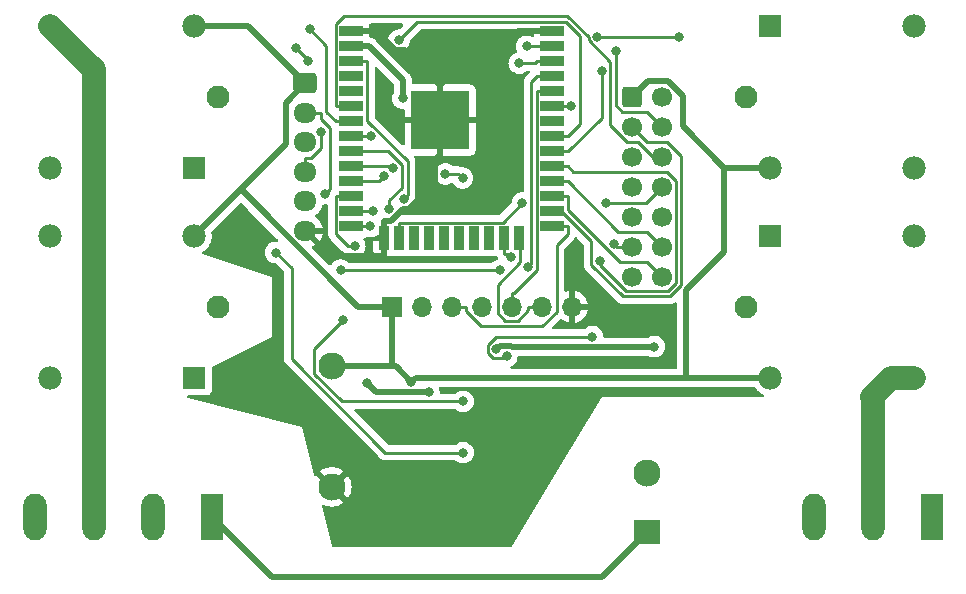
<source format=gbr>
%TF.GenerationSoftware,KiCad,Pcbnew,(6.0.4)*%
%TF.CreationDate,2022-04-22T12:19:16+05:30*%
%TF.ProjectId,esp32 switch,65737033-3220-4737-9769-7463682e6b69,rev?*%
%TF.SameCoordinates,Original*%
%TF.FileFunction,Copper,L1,Top*%
%TF.FilePolarity,Positive*%
%FSLAX46Y46*%
G04 Gerber Fmt 4.6, Leading zero omitted, Abs format (unit mm)*
G04 Created by KiCad (PCBNEW (6.0.4)) date 2022-04-22 12:19:16*
%MOMM*%
%LPD*%
G01*
G04 APERTURE LIST*
G04 Aperture macros list*
%AMRoundRect*
0 Rectangle with rounded corners*
0 $1 Rounding radius*
0 $2 $3 $4 $5 $6 $7 $8 $9 X,Y pos of 4 corners*
0 Add a 4 corners polygon primitive as box body*
4,1,4,$2,$3,$4,$5,$6,$7,$8,$9,$2,$3,0*
0 Add four circle primitives for the rounded corners*
1,1,$1+$1,$2,$3*
1,1,$1+$1,$4,$5*
1,1,$1+$1,$6,$7*
1,1,$1+$1,$8,$9*
0 Add four rect primitives between the rounded corners*
20,1,$1+$1,$2,$3,$4,$5,0*
20,1,$1+$1,$4,$5,$6,$7,0*
20,1,$1+$1,$6,$7,$8,$9,0*
20,1,$1+$1,$8,$9,$2,$3,0*%
G04 Aperture macros list end*
%TA.AperFunction,ComponentPad*%
%ADD10RoundRect,0.250000X-0.600000X-0.600000X0.600000X-0.600000X0.600000X0.600000X-0.600000X0.600000X0*%
%TD*%
%TA.AperFunction,ComponentPad*%
%ADD11C,1.700000*%
%TD*%
%TA.AperFunction,ComponentPad*%
%ADD12R,2.300000X2.000000*%
%TD*%
%TA.AperFunction,ComponentPad*%
%ADD13C,2.300000*%
%TD*%
%TA.AperFunction,ComponentPad*%
%ADD14R,1.700000X1.700000*%
%TD*%
%TA.AperFunction,ComponentPad*%
%ADD15O,1.700000X1.700000*%
%TD*%
%TA.AperFunction,SMDPad,CuDef*%
%ADD16R,2.000000X0.900000*%
%TD*%
%TA.AperFunction,SMDPad,CuDef*%
%ADD17R,0.900000X2.000000*%
%TD*%
%TA.AperFunction,SMDPad,CuDef*%
%ADD18R,5.000000X5.000000*%
%TD*%
%TA.AperFunction,ComponentPad*%
%ADD19R,1.980000X3.960000*%
%TD*%
%TA.AperFunction,ComponentPad*%
%ADD20O,1.980000X3.960000*%
%TD*%
%TA.AperFunction,ComponentPad*%
%ADD21R,1.980000X1.980000*%
%TD*%
%TA.AperFunction,ComponentPad*%
%ADD22C,1.980000*%
%TD*%
%TA.AperFunction,ComponentPad*%
%ADD23C,1.935000*%
%TD*%
%TA.AperFunction,ComponentPad*%
%ADD24RoundRect,0.250000X-0.725000X0.600000X-0.725000X-0.600000X0.725000X-0.600000X0.725000X0.600000X0*%
%TD*%
%TA.AperFunction,ComponentPad*%
%ADD25O,1.950000X1.700000*%
%TD*%
%TA.AperFunction,ViaPad*%
%ADD26C,0.800000*%
%TD*%
%TA.AperFunction,Conductor*%
%ADD27C,0.500000*%
%TD*%
%TA.AperFunction,Conductor*%
%ADD28C,2.000000*%
%TD*%
%TA.AperFunction,Conductor*%
%ADD29C,0.250000*%
%TD*%
G04 APERTURE END LIST*
D10*
%TO.P,J3,1,Pin_1*%
%TO.N,VCC*%
X144780000Y-63500000D03*
D11*
%TO.P,J3,2,Pin_2*%
%TO.N,GND*%
X147320000Y-63500000D03*
%TO.P,J3,3,Pin_3*%
%TO.N,Net-(U2-Pad26)*%
X144780000Y-66040000D03*
%TO.P,J3,4,Pin_4*%
%TO.N,Net-(U2-Pad7)*%
X147320000Y-66040000D03*
%TO.P,J3,5,Pin_5*%
%TO.N,Net-(U2-Pad16)*%
X144780000Y-68580000D03*
%TO.P,J3,6,Pin_6*%
%TO.N,Net-(U2-Pad6)*%
X147320000Y-68580000D03*
%TO.P,J3,7,Pin_7*%
%TO.N,Net-(U2-Pad13)*%
X144780000Y-71120000D03*
%TO.P,J3,8,Pin_8*%
%TO.N,Net-(U2-Pad9)*%
X147320000Y-71120000D03*
%TO.P,J3,9,Pin_9*%
%TO.N,Net-(U2-Pad12)*%
X144780000Y-73660000D03*
%TO.P,J3,10,Pin_10*%
%TO.N,Net-(U2-Pad8)*%
X147320000Y-73660000D03*
%TO.P,J3,11,Pin_11*%
%TO.N,Net-(U2-Pad14)*%
X144780000Y-76200000D03*
%TO.P,J3,12,Pin_12*%
%TO.N,Net-(U2-Pad28)*%
X147320000Y-76200000D03*
%TO.P,J3,13,Pin_13*%
%TO.N,Net-(U2-Pad23)*%
X144780000Y-78740000D03*
%TO.P,J3,14,Pin_14*%
%TO.N,Net-(U2-Pad27)*%
X147320000Y-78740000D03*
%TD*%
D12*
%TO.P,PS1,1,AC/L*%
%TO.N,Net-(J1-Pad1)*%
X146050000Y-100330000D03*
D13*
%TO.P,PS1,2,AC/N*%
%TO.N,Net-(J1-Pad2)*%
X146050000Y-95330000D03*
%TO.P,PS1,3,-Vout*%
%TO.N,GND*%
X119380000Y-96520000D03*
%TO.P,PS1,4,+Vout*%
%TO.N,VCC*%
X119380000Y-86320000D03*
%TD*%
D14*
%TO.P,J6,1,Pin_1*%
%TO.N,VCC*%
X124460000Y-81280000D03*
D15*
%TO.P,J6,2,Pin_2*%
%TO.N,Net-(J6-Pad2)*%
X127000000Y-81280000D03*
%TO.P,J6,3,Pin_3*%
%TO.N,Net-(J6-Pad3)*%
X129540000Y-81280000D03*
%TO.P,J6,4,Pin_4*%
%TO.N,Net-(J6-Pad4)*%
X132080000Y-81280000D03*
%TO.P,J6,5,Pin_5*%
%TO.N,Net-(J6-Pad5)*%
X134620000Y-81280000D03*
%TO.P,J6,6,Pin_6*%
%TO.N,Net-(J6-Pad6)*%
X137160000Y-81280000D03*
%TO.P,J6,7,Pin_7*%
%TO.N,GND*%
X139700000Y-81280000D03*
%TD*%
D16*
%TO.P,U2,1,GND*%
%TO.N,GND*%
X121040000Y-57955000D03*
%TO.P,U2,2,VDD*%
%TO.N,Net-(U1-Pad2)*%
X121040000Y-59225000D03*
%TO.P,U2,3,EN*%
%TO.N,Net-(J6-Pad2)*%
X121040000Y-60495000D03*
%TO.P,U2,4,SENSOR_VP*%
%TO.N,unconnected-(U2-Pad4)*%
X121040000Y-61765000D03*
%TO.P,U2,5,SENSOR_VN*%
%TO.N,unconnected-(U2-Pad5)*%
X121040000Y-63035000D03*
%TO.P,U2,6,IO34*%
%TO.N,Net-(U2-Pad6)*%
X121040000Y-64305000D03*
%TO.P,U2,7,IO35*%
%TO.N,Net-(U2-Pad7)*%
X121040000Y-65575000D03*
%TO.P,U2,8,IO32*%
%TO.N,Net-(U2-Pad8)*%
X121040000Y-66845000D03*
%TO.P,U2,9,IO33*%
%TO.N,Net-(U2-Pad9)*%
X121040000Y-68115000D03*
%TO.P,U2,10,IO25*%
%TO.N,Net-(R2-Pad2)*%
X121040000Y-69385000D03*
%TO.P,U2,11,IO26*%
%TO.N,Net-(R1-Pad2)*%
X121040000Y-70655000D03*
%TO.P,U2,12,IO27*%
%TO.N,Net-(U2-Pad12)*%
X121040000Y-71925000D03*
%TO.P,U2,13,IO14*%
%TO.N,Net-(U2-Pad13)*%
X121040000Y-73195000D03*
%TO.P,U2,14,IO12*%
%TO.N,Net-(U2-Pad14)*%
X121040000Y-74465000D03*
D17*
%TO.P,U2,15,GND*%
%TO.N,GND*%
X123825000Y-75465000D03*
%TO.P,U2,16,IO13*%
%TO.N,Net-(U2-Pad16)*%
X125095000Y-75465000D03*
%TO.P,U2,17,SHD/SD2*%
%TO.N,unconnected-(U2-Pad17)*%
X126365000Y-75465000D03*
%TO.P,U2,18,SWP/SD3*%
%TO.N,unconnected-(U2-Pad18)*%
X127635000Y-75465000D03*
%TO.P,U2,19,SCS/CMD*%
%TO.N,unconnected-(U2-Pad19)*%
X128905000Y-75465000D03*
%TO.P,U2,20,SCK/CLK*%
%TO.N,unconnected-(U2-Pad20)*%
X130175000Y-75465000D03*
%TO.P,U2,21,SDO/SD0*%
%TO.N,unconnected-(U2-Pad21)*%
X131445000Y-75465000D03*
%TO.P,U2,22,SDI/SD1*%
%TO.N,unconnected-(U2-Pad22)*%
X132715000Y-75465000D03*
%TO.P,U2,23,IO15*%
%TO.N,Net-(U2-Pad23)*%
X133985000Y-75465000D03*
%TO.P,U2,24,IO2*%
%TO.N,Net-(J6-Pad6)*%
X135255000Y-75465000D03*
D16*
%TO.P,U2,25,IO0*%
%TO.N,Net-(J6-Pad3)*%
X138040000Y-74465000D03*
%TO.P,U2,26,IO4*%
%TO.N,Net-(U2-Pad26)*%
X138040000Y-73195000D03*
%TO.P,U2,27,IO16*%
%TO.N,Net-(U2-Pad27)*%
X138040000Y-71925000D03*
%TO.P,U2,28,IO17*%
%TO.N,Net-(U2-Pad28)*%
X138040000Y-70655000D03*
%TO.P,U2,29,IO5*%
%TO.N,Net-(J5-Pad2)*%
X138040000Y-69385000D03*
%TO.P,U2,30,IO18*%
%TO.N,Net-(J5-Pad3)*%
X138040000Y-68115000D03*
%TO.P,U2,31,IO19*%
%TO.N,Net-(J5-Pad4)*%
X138040000Y-66845000D03*
%TO.P,U2,32,NC*%
%TO.N,unconnected-(U2-Pad32)*%
X138040000Y-65575000D03*
%TO.P,U2,33,IO21*%
%TO.N,Net-(J5-Pad5)*%
X138040000Y-64305000D03*
%TO.P,U2,34,RXD0/IO3*%
%TO.N,Net-(J6-Pad5)*%
X138040000Y-63035000D03*
%TO.P,U2,35,TXD0/IO1*%
%TO.N,Net-(J6-Pad4)*%
X138040000Y-61765000D03*
%TO.P,U2,36,IO22*%
%TO.N,Net-(R3-Pad2)*%
X138040000Y-60495000D03*
%TO.P,U2,37,IO23*%
%TO.N,Net-(R4-Pad2)*%
X138040000Y-59225000D03*
%TO.P,U2,38,GND*%
%TO.N,GND*%
X138040000Y-57955000D03*
D18*
%TO.P,U2,39,GND*%
X128540000Y-65455000D03*
%TD*%
D19*
%TO.P,J1,1,Pin_1*%
%TO.N,Net-(J1-Pad1)*%
X109220000Y-99060000D03*
D20*
%TO.P,J1,2,Pin_2*%
%TO.N,Net-(J1-Pad2)*%
X104220000Y-99060000D03*
%TO.P,J1,3,Pin_3*%
%TO.N,Net-(J1-Pad3)*%
X99220000Y-99060000D03*
%TO.P,J1,4,Pin_4*%
%TO.N,Net-(J1-Pad4)*%
X94220000Y-99060000D03*
%TD*%
D21*
%TO.P,K3,A1*%
%TO.N,Net-(D3-Pad2)*%
X156460000Y-57500000D03*
D22*
%TO.P,K3,A2*%
%TO.N,VCC*%
X156460000Y-69500000D03*
D23*
%TO.P,K3,COM*%
%TO.N,Net-(J1-Pad2)*%
X154460000Y-63500000D03*
D22*
%TO.P,K3,NC*%
%TO.N,unconnected-(K3-PadNC)*%
X168660000Y-57500000D03*
%TO.P,K3,NO*%
%TO.N,Net-(J2-Pad1)*%
X168660000Y-69500000D03*
%TD*%
D19*
%TO.P,J2,1,Pin_1*%
%TO.N,Net-(J2-Pad1)*%
X170180000Y-99060000D03*
D20*
%TO.P,J2,2,Pin_2*%
%TO.N,Net-(J2-Pad2)*%
X165180000Y-99060000D03*
%TO.P,J2,3,Pin_3*%
%TO.N,Net-(J1-Pad2)*%
X160180000Y-99060000D03*
%TD*%
D21*
%TO.P,K1,A1*%
%TO.N,Net-(D1-Pad2)*%
X107700000Y-87280000D03*
D22*
%TO.P,K1,A2*%
%TO.N,VCC*%
X107700000Y-75280000D03*
D23*
%TO.P,K1,COM*%
%TO.N,Net-(J1-Pad2)*%
X109700000Y-81280000D03*
D22*
%TO.P,K1,NC*%
%TO.N,unconnected-(K1-PadNC)*%
X95500000Y-87280000D03*
%TO.P,K1,NO*%
%TO.N,Net-(J1-Pad4)*%
X95500000Y-75280000D03*
%TD*%
D24*
%TO.P,J5,1,Pin_1*%
%TO.N,VCC*%
X117140000Y-62330000D03*
D25*
%TO.P,J5,2,Pin_2*%
%TO.N,Net-(J5-Pad2)*%
X117140000Y-64830000D03*
%TO.P,J5,3,Pin_3*%
%TO.N,Net-(J5-Pad3)*%
X117140000Y-67330000D03*
%TO.P,J5,4,Pin_4*%
%TO.N,Net-(J5-Pad4)*%
X117140000Y-69830000D03*
%TO.P,J5,5,Pin_5*%
%TO.N,Net-(J5-Pad5)*%
X117140000Y-72330000D03*
%TO.P,J5,6,Pin_6*%
%TO.N,GND*%
X117140000Y-74830000D03*
%TD*%
D21*
%TO.P,K4,A1*%
%TO.N,Net-(D4-Pad2)*%
X156460000Y-75280000D03*
D22*
%TO.P,K4,A2*%
%TO.N,VCC*%
X156460000Y-87280000D03*
D23*
%TO.P,K4,COM*%
%TO.N,Net-(J1-Pad2)*%
X154460000Y-81280000D03*
D22*
%TO.P,K4,NC*%
%TO.N,unconnected-(K4-PadNC)*%
X168660000Y-75280000D03*
%TO.P,K4,NO*%
%TO.N,Net-(J2-Pad2)*%
X168660000Y-87280000D03*
%TD*%
D21*
%TO.P,K2,A1*%
%TO.N,Net-(D2-Pad2)*%
X107700000Y-69500000D03*
D22*
%TO.P,K2,A2*%
%TO.N,VCC*%
X107700000Y-57500000D03*
D23*
%TO.P,K2,COM*%
%TO.N,Net-(J1-Pad2)*%
X109700000Y-63500000D03*
D22*
%TO.P,K2,NC*%
%TO.N,unconnected-(K2-PadNC)*%
X95500000Y-69500000D03*
%TO.P,K2,NO*%
%TO.N,Net-(J1-Pad3)*%
X95500000Y-57500000D03*
%TD*%
D26*
%TO.N,VCC*%
X126110000Y-87630000D03*
%TO.N,Net-(D2-Pad2)*%
X122359900Y-87689700D03*
X127591900Y-88487000D03*
%TO.N,Net-(D4-Pad2)*%
X133303800Y-84854600D03*
X146680300Y-84641700D03*
%TO.N,GND*%
X134391900Y-58700800D03*
%TO.N,Net-(U2-Pad7)*%
X117514300Y-57780000D03*
X143407400Y-59614700D03*
%TO.N,Net-(U2-Pad8)*%
X130442800Y-70368500D03*
X128992100Y-70017800D03*
X122681200Y-66845000D03*
%TO.N,Net-(J5-Pad2)*%
X120120300Y-78158500D03*
X133608400Y-78158500D03*
X142067800Y-77429400D03*
X118774700Y-71693100D03*
%TO.N,Net-(J5-Pad3)*%
X116381800Y-59354700D03*
X117382200Y-60428300D03*
X142223000Y-61319100D03*
%TO.N,Net-(J5-Pad4)*%
X125058700Y-58700800D03*
X118441400Y-66444400D03*
%TO.N,Net-(J5-Pad5)*%
X139652500Y-64305000D03*
%TO.N,Net-(Q2-Pad1)*%
X130477500Y-89270100D03*
X120355800Y-82388100D03*
%TO.N,Net-(Q3-Pad1)*%
X114623200Y-76675200D03*
X130477500Y-93619100D03*
%TO.N,Net-(Q4-Pad1)*%
X141855400Y-58410500D03*
X141442000Y-83791400D03*
X148799400Y-58410500D03*
X134186100Y-85456900D03*
%TO.N,Net-(R1-Pad2)*%
X123807200Y-70207100D03*
%TO.N,Net-(R2-Pad2)*%
X124550100Y-69535200D03*
%TO.N,Net-(R3-Pad2)*%
X135242200Y-60635700D03*
%TO.N,Net-(R4-Pad2)*%
X135877300Y-59225000D03*
%TO.N,Net-(U2-Pad9)*%
X142567900Y-72484600D03*
X124184200Y-73008700D03*
%TO.N,Net-(U2-Pad12)*%
X121318400Y-76135700D03*
%TO.N,Net-(U2-Pad13)*%
X122883600Y-73195000D03*
%TO.N,Net-(U2-Pad14)*%
X122640600Y-74465000D03*
X143300800Y-75963700D03*
%TO.N,Net-(U2-Pad16)*%
X135509600Y-72469700D03*
%TO.N,Net-(U2-Pad23)*%
X134583100Y-77089200D03*
%TO.N,Net-(J6-Pad2)*%
X125509300Y-72108200D03*
%TO.N,Net-(J6-Pad4)*%
X135985300Y-77883900D03*
%TO.N,Net-(U1-Pad2)*%
X125379599Y-63604999D03*
%TD*%
D27*
%TO.N,Net-(U1-Pad2)*%
X125379599Y-62064599D02*
X125379599Y-63604999D01*
X122540000Y-59225000D02*
X125379599Y-62064599D01*
X121040000Y-59225000D02*
X122540000Y-59225000D01*
%TO.N,VCC*%
X152619100Y-76608300D02*
X152619100Y-69500000D01*
X111656000Y-71324000D02*
X115485200Y-67494800D01*
X115485200Y-67494800D02*
X115485200Y-63984800D01*
X121611900Y-81280000D02*
X124460000Y-81280000D01*
X112310000Y-57500000D02*
X117140000Y-62330000D01*
X146147500Y-62132500D02*
X144780000Y-63500000D01*
X149357400Y-87280000D02*
X126460000Y-87280000D01*
X115485200Y-63984800D02*
X117140000Y-62330000D01*
X124460000Y-81280000D02*
X124460000Y-82580300D01*
X124460000Y-86320000D02*
X124460000Y-82580300D01*
X124800000Y-86320000D02*
X124460000Y-86320000D01*
X156460000Y-69500000D02*
X152619100Y-69500000D01*
X107700000Y-75280000D02*
X111656000Y-71324000D01*
X152619100Y-69500000D02*
X149084800Y-65965700D01*
X147821800Y-62132500D02*
X146147500Y-62132500D01*
X126460000Y-87280000D02*
X126110000Y-87630000D01*
X149084800Y-63395500D02*
X147821800Y-62132500D01*
X156460000Y-87280000D02*
X149357400Y-87280000D01*
X149357400Y-87280000D02*
X149357400Y-79870000D01*
X107700000Y-57500000D02*
X112310000Y-57500000D01*
X126110000Y-87630000D02*
X124800000Y-86320000D01*
X149357400Y-79870000D02*
X152619100Y-76608300D01*
X124460000Y-86320000D02*
X119380000Y-86320000D01*
X149084800Y-65965700D02*
X149084800Y-63395500D01*
X111656000Y-71324000D02*
X121611900Y-81280000D01*
%TO.N,Net-(D2-Pad2)*%
X123157200Y-88487000D02*
X122359900Y-87689700D01*
X127591900Y-88487000D02*
X123157200Y-88487000D01*
%TO.N,Net-(D4-Pad2)*%
X133303800Y-84854600D02*
X133601000Y-84557400D01*
X134525700Y-84557400D02*
X134610000Y-84641700D01*
X133601000Y-84557400D02*
X134525700Y-84557400D01*
X134610000Y-84641700D02*
X146680300Y-84641700D01*
%TO.N,Net-(J1-Pad1)*%
X114300000Y-104140000D02*
X109220000Y-99060000D01*
X142240000Y-104140000D02*
X114300000Y-104140000D01*
X146050000Y-100330000D02*
X142240000Y-104140000D01*
D28*
%TO.N,Net-(J1-Pad3)*%
X99060000Y-60960000D02*
X99220000Y-61120000D01*
X98960000Y-60960000D02*
X99060000Y-60960000D01*
X99220000Y-61120000D02*
X99220000Y-99060000D01*
X95500000Y-57500000D02*
X98960000Y-60960000D01*
%TO.N,Net-(J2-Pad2)*%
X166720000Y-87280000D02*
X165100000Y-88900000D01*
X168660000Y-87280000D02*
X166720000Y-87280000D01*
X165100000Y-88900000D02*
X165180000Y-88980000D01*
X165180000Y-88980000D02*
X165180000Y-99060000D01*
D27*
%TO.N,GND*%
X125437000Y-72958500D02*
X125874300Y-72958500D01*
X136589700Y-57955000D02*
X135137700Y-57955000D01*
X123754300Y-76986000D02*
X123825000Y-76915300D01*
X117140000Y-74830000D02*
X119296000Y-76986000D01*
X128540000Y-63979800D02*
X128540000Y-65455000D01*
X125586400Y-59551100D02*
X128540000Y-62504700D01*
X124380800Y-74014700D02*
X125437000Y-72958500D01*
X138040000Y-57955000D02*
X136589700Y-57955000D01*
X124706500Y-59551100D02*
X125586400Y-59551100D01*
X125874300Y-72958500D02*
X128141800Y-70691000D01*
X128141800Y-68803500D02*
X128540000Y-68405300D01*
X132343900Y-58700800D02*
X128540000Y-62504700D01*
X119296000Y-76986000D02*
X123754300Y-76986000D01*
X128540000Y-63979800D02*
X128540000Y-62504700D01*
X135137700Y-57955000D02*
X134391900Y-58700800D01*
X123825000Y-75465000D02*
X123825000Y-74014700D01*
X128540000Y-65455000D02*
X128540000Y-68405300D01*
X134391900Y-58700800D02*
X132343900Y-58700800D01*
X128141800Y-70691000D02*
X128141800Y-68803500D01*
X121040000Y-57955000D02*
X123110400Y-57955000D01*
X123825000Y-74014700D02*
X124380800Y-74014700D01*
X123110400Y-57955000D02*
X124706500Y-59551100D01*
X123825000Y-75465000D02*
X123825000Y-76915300D01*
D29*
%TO.N,Net-(U2-Pad6)*%
X119714700Y-64305000D02*
X119714700Y-57331200D01*
X145292700Y-67310000D02*
X146562700Y-68580000D01*
X146562700Y-68580000D02*
X147320000Y-68580000D01*
X120400600Y-56645300D02*
X139306800Y-56645300D01*
X144355800Y-67310000D02*
X145292700Y-67310000D01*
X142957100Y-60537900D02*
X142957100Y-65911300D01*
X141130100Y-58710900D02*
X142957100Y-60537900D01*
X119714700Y-57331200D02*
X120400600Y-56645300D01*
X141130100Y-58468600D02*
X141130100Y-58710900D01*
X142957100Y-65911300D02*
X144355800Y-67310000D01*
X139306800Y-56645300D02*
X141130100Y-58468600D01*
X121040000Y-64305000D02*
X119714700Y-64305000D01*
%TO.N,Net-(U2-Pad7)*%
X118914000Y-64774300D02*
X118914000Y-59179700D01*
X143407400Y-59614700D02*
X143407400Y-64226000D01*
X143407400Y-64226000D02*
X143951900Y-64770500D01*
X118914000Y-59179700D02*
X117514300Y-57780000D01*
X143951900Y-64770500D02*
X146050500Y-64770500D01*
X146050500Y-64770500D02*
X147320000Y-66040000D01*
X121040000Y-65575000D02*
X119714700Y-65575000D01*
X119714700Y-65575000D02*
X118914000Y-64774300D01*
%TO.N,Net-(U2-Pad8)*%
X122681200Y-66845000D02*
X121040000Y-66845000D01*
X128992100Y-70017800D02*
X130092100Y-70017800D01*
X130092100Y-70017800D02*
X130442800Y-70368500D01*
%TO.N,Net-(J5-Pad2)*%
X139830300Y-69850000D02*
X139365300Y-69385000D01*
X119203100Y-71264700D02*
X118774700Y-71693100D01*
X120120300Y-78158500D02*
X133608400Y-78158500D01*
X148526600Y-79250200D02*
X148526600Y-70614700D01*
X118440300Y-65358400D02*
X119203100Y-66121200D01*
X144256300Y-79938100D02*
X147838700Y-79938100D01*
X148526600Y-70614700D02*
X147761900Y-69850000D01*
X117140000Y-64830000D02*
X118440300Y-64830000D01*
X142067800Y-77429400D02*
X142067800Y-77749600D01*
X142067800Y-77749600D02*
X144256300Y-79938100D01*
X138040000Y-69385000D02*
X139365300Y-69385000D01*
X147838700Y-79938100D02*
X148526600Y-79250200D01*
X147761900Y-69850000D02*
X139830300Y-69850000D01*
X118440300Y-64830000D02*
X118440300Y-65358400D01*
X119203100Y-66121200D02*
X119203100Y-71264700D01*
%TO.N,Net-(J5-Pad3)*%
X142223000Y-65257300D02*
X142223000Y-61319100D01*
X139365300Y-68115000D02*
X142223000Y-65257300D01*
X138040000Y-68115000D02*
X139365300Y-68115000D01*
X117382200Y-60355100D02*
X116381800Y-59354700D01*
X117382200Y-60428300D02*
X117382200Y-60355100D01*
%TO.N,Net-(J5-Pad4)*%
X140399900Y-58376600D02*
X140399900Y-65810400D01*
X118441400Y-67867500D02*
X118441400Y-66444400D01*
X138040000Y-66845000D02*
X139365300Y-66845000D01*
X117654200Y-68654700D02*
X118441400Y-67867500D01*
X117140000Y-68654700D02*
X117654200Y-68654700D01*
X140399900Y-65810400D02*
X139365300Y-66845000D01*
X126616100Y-57143400D02*
X139166700Y-57143400D01*
X117140000Y-69830000D02*
X117140000Y-68654700D01*
X125058700Y-58700800D02*
X126616100Y-57143400D01*
X139166700Y-57143400D02*
X140399900Y-58376600D01*
%TO.N,Net-(J5-Pad5)*%
X139365300Y-64305000D02*
X139652500Y-64305000D01*
X138040000Y-64305000D02*
X139365300Y-64305000D01*
%TO.N,Net-(Q2-Pad1)*%
X117890100Y-86921600D02*
X117890100Y-84853800D01*
X117890100Y-84853800D02*
X120355800Y-82388100D01*
X120238600Y-89270100D02*
X117890100Y-86921600D01*
X130477500Y-89270100D02*
X120238600Y-89270100D01*
%TO.N,Net-(Q3-Pad1)*%
X114623200Y-76675200D02*
X115961900Y-78013900D01*
X115961900Y-78013900D02*
X115961900Y-85679400D01*
X123901600Y-93619100D02*
X130477500Y-93619100D01*
X115961900Y-85679400D02*
X123901600Y-93619100D01*
%TO.N,Net-(Q4-Pad1)*%
X133030700Y-85624500D02*
X132578300Y-85172100D01*
X134018500Y-85624500D02*
X133030700Y-85624500D01*
X141855400Y-58410500D02*
X148799400Y-58410500D01*
X133298800Y-83791400D02*
X141442000Y-83791400D01*
X134186100Y-85456900D02*
X134018500Y-85624500D01*
X132578300Y-84511900D02*
X133298800Y-83791400D01*
X132578300Y-85172100D02*
X132578300Y-84511900D01*
%TO.N,Net-(R1-Pad2)*%
X123359300Y-70655000D02*
X123807200Y-70207100D01*
X121040000Y-70655000D02*
X123359300Y-70655000D01*
%TO.N,Net-(R2-Pad2)*%
X124399900Y-69385000D02*
X124550100Y-69535200D01*
X121040000Y-69385000D02*
X124399900Y-69385000D01*
%TO.N,Net-(R3-Pad2)*%
X135242200Y-60635700D02*
X136574000Y-60635700D01*
X136574000Y-60635700D02*
X136714700Y-60495000D01*
X138040000Y-60495000D02*
X136714700Y-60495000D01*
%TO.N,Net-(R4-Pad2)*%
X138040000Y-59225000D02*
X135877300Y-59225000D01*
%TO.N,Net-(U2-Pad9)*%
X125275400Y-69234700D02*
X125275400Y-71171500D01*
X121040000Y-68115000D02*
X124155700Y-68115000D01*
X125275400Y-71171500D02*
X124184200Y-72262700D01*
X124155700Y-68115000D02*
X125275400Y-69234700D01*
X147320000Y-71120000D02*
X145955400Y-72484600D01*
X145955400Y-72484600D02*
X142567900Y-72484600D01*
X124184200Y-72262700D02*
X124184200Y-73008700D01*
%TO.N,Net-(U2-Pad12)*%
X119714700Y-75108400D02*
X120742000Y-76135700D01*
X121040000Y-71925000D02*
X119714700Y-71925000D01*
X120742000Y-76135700D02*
X121318400Y-76135700D01*
X119714700Y-71925000D02*
X119714700Y-75108400D01*
%TO.N,Net-(U2-Pad13)*%
X121040000Y-73195000D02*
X122883600Y-73195000D01*
%TO.N,Net-(U2-Pad14)*%
X122365300Y-74465000D02*
X122640600Y-74465000D01*
X121040000Y-74465000D02*
X122365300Y-74465000D01*
X143537100Y-76200000D02*
X144780000Y-76200000D01*
X143300800Y-75963700D02*
X143537100Y-76200000D01*
%TO.N,Net-(U2-Pad16)*%
X125095000Y-75465000D02*
X125095000Y-74139700D01*
X125095000Y-74139700D02*
X133839600Y-74139700D01*
X133839600Y-74139700D02*
X135509600Y-72469700D01*
%TO.N,Net-(U2-Pad23)*%
X134284200Y-76790300D02*
X134583100Y-77089200D01*
X133985000Y-76790300D02*
X134284200Y-76790300D01*
X133985000Y-75465000D02*
X133985000Y-76790300D01*
%TO.N,Net-(U2-Pad26)*%
X144001200Y-80388500D02*
X148025200Y-80388500D01*
X141342500Y-75733400D02*
X141342500Y-77729800D01*
X148025200Y-80388500D02*
X148976900Y-79436800D01*
X138804100Y-73195000D02*
X141342500Y-75733400D01*
X148976900Y-68526500D02*
X147760400Y-67310000D01*
X147760400Y-67310000D02*
X146050000Y-67310000D01*
X146050000Y-67310000D02*
X144780000Y-66040000D01*
X138040000Y-73195000D02*
X138804100Y-73195000D01*
X141342500Y-77729800D02*
X144001200Y-80388500D01*
X148976900Y-79436800D02*
X148976900Y-68526500D01*
%TO.N,Net-(J6-Pad2)*%
X122365300Y-65503300D02*
X125784400Y-68922400D01*
X125784400Y-71833100D02*
X125509300Y-72108200D01*
X125784400Y-68922400D02*
X125784400Y-71833100D01*
X122365300Y-60495000D02*
X122365300Y-65503300D01*
X121040000Y-60495000D02*
X122365300Y-60495000D01*
%TO.N,Net-(J6-Pad3)*%
X138430000Y-81675600D02*
X138430000Y-76078600D01*
X131973500Y-82905600D02*
X137200000Y-82905600D01*
X130715300Y-81280000D02*
X130715300Y-81647400D01*
X129540000Y-81280000D02*
X130715300Y-81280000D01*
X137200000Y-82905600D02*
X138430000Y-81675600D01*
X130715300Y-81647400D02*
X131973500Y-82905600D01*
X138430000Y-76078600D02*
X139365300Y-75143300D01*
X139365300Y-75143300D02*
X139365300Y-74465000D01*
X138040000Y-74465000D02*
X139365300Y-74465000D01*
%TO.N,Net-(J6-Pad4)*%
X136264300Y-62215400D02*
X136264300Y-77604900D01*
X136264300Y-77604900D02*
X135985300Y-77883900D01*
X136714700Y-61765000D02*
X136264300Y-62215400D01*
X138040000Y-61765000D02*
X136714700Y-61765000D01*
%TO.N,Net-(J6-Pad5)*%
X134790300Y-80104700D02*
X136714700Y-78180300D01*
X134620000Y-81280000D02*
X134620000Y-80104700D01*
X134620000Y-80104700D02*
X134790300Y-80104700D01*
X136714700Y-78180300D02*
X136714700Y-63035000D01*
X138040000Y-63035000D02*
X136714700Y-63035000D01*
%TO.N,Net-(J6-Pad6)*%
X133441800Y-81829200D02*
X134067900Y-82455300D01*
X134067900Y-82455300D02*
X135110700Y-82455300D01*
X135346000Y-75556000D02*
X135346000Y-77497500D01*
X135346000Y-77497500D02*
X133441800Y-79401700D01*
X135255000Y-75465000D02*
X135346000Y-75556000D01*
X137160000Y-81280000D02*
X135984700Y-81280000D01*
X133441800Y-79401700D02*
X133441800Y-81829200D01*
X135984700Y-81581300D02*
X135984700Y-81280000D01*
X135110700Y-82455300D02*
X135984700Y-81581300D01*
%TO.N,Net-(U2-Pad27)*%
X143781400Y-77470000D02*
X146050000Y-77470000D01*
X138040000Y-71925000D02*
X139365300Y-71925000D01*
X139365300Y-73053900D02*
X143781400Y-77470000D01*
X146050000Y-77470000D02*
X147320000Y-78740000D01*
X139365300Y-71925000D02*
X139365300Y-73053900D01*
%TO.N,Net-(U2-Pad28)*%
X146050000Y-74930000D02*
X147320000Y-76200000D01*
X138040000Y-70655000D02*
X139365300Y-70655000D01*
X139365300Y-70655000D02*
X143640300Y-74930000D01*
X143640300Y-74930000D02*
X146050000Y-74930000D01*
%TD*%
%TA.AperFunction,Conductor*%
%TO.N,GND*%
G36*
X111700028Y-72456819D02*
G01*
X111745092Y-72485780D01*
X112312046Y-73052740D01*
X114759045Y-75499762D01*
X114811251Y-75551969D01*
X114845276Y-75614281D01*
X114840210Y-75685097D01*
X114797663Y-75741933D01*
X114731143Y-75766743D01*
X114718687Y-75766537D01*
X114718687Y-75766700D01*
X114527713Y-75766700D01*
X114521261Y-75768072D01*
X114521256Y-75768072D01*
X114434313Y-75786553D01*
X114340912Y-75806406D01*
X114334882Y-75809091D01*
X114334881Y-75809091D01*
X114172478Y-75881397D01*
X114172476Y-75881398D01*
X114166448Y-75884082D01*
X114161107Y-75887962D01*
X114161106Y-75887963D01*
X114133131Y-75908288D01*
X114011947Y-75996334D01*
X114007526Y-76001244D01*
X114007525Y-76001245D01*
X113892373Y-76129135D01*
X113884160Y-76138256D01*
X113788673Y-76303644D01*
X113729658Y-76485272D01*
X113728968Y-76491833D01*
X113728968Y-76491835D01*
X113715713Y-76617951D01*
X113709696Y-76675200D01*
X113710386Y-76681765D01*
X113728000Y-76849350D01*
X113729658Y-76865128D01*
X113788673Y-77046756D01*
X113884160Y-77212144D01*
X113888578Y-77217051D01*
X113888579Y-77217052D01*
X114007525Y-77349155D01*
X114011947Y-77354066D01*
X114166448Y-77466318D01*
X114172476Y-77469002D01*
X114172478Y-77469003D01*
X114333316Y-77540612D01*
X114340912Y-77543994D01*
X114434312Y-77563847D01*
X114521256Y-77582328D01*
X114521261Y-77582328D01*
X114527713Y-77583700D01*
X114583606Y-77583700D01*
X114651727Y-77603702D01*
X114672701Y-77620605D01*
X115291495Y-78239399D01*
X115325521Y-78301711D01*
X115328400Y-78328494D01*
X115328400Y-85600633D01*
X115327873Y-85611816D01*
X115326198Y-85619309D01*
X115326447Y-85627235D01*
X115326447Y-85627236D01*
X115328338Y-85687386D01*
X115328400Y-85691345D01*
X115328400Y-85719256D01*
X115328897Y-85723190D01*
X115328897Y-85723191D01*
X115328905Y-85723256D01*
X115329838Y-85735093D01*
X115331227Y-85779289D01*
X115333832Y-85788255D01*
X115336878Y-85798739D01*
X115340887Y-85818100D01*
X115343426Y-85838197D01*
X115346345Y-85845568D01*
X115346345Y-85845570D01*
X115359704Y-85879312D01*
X115363549Y-85890542D01*
X115375882Y-85932993D01*
X115379915Y-85939812D01*
X115379917Y-85939817D01*
X115386193Y-85950428D01*
X115394888Y-85968176D01*
X115402348Y-85987017D01*
X115407009Y-85993432D01*
X115428337Y-86022788D01*
X115434851Y-86032705D01*
X115457358Y-86070762D01*
X115471679Y-86085083D01*
X115484519Y-86100116D01*
X115496428Y-86116507D01*
X115502534Y-86121558D01*
X115530505Y-86144698D01*
X115539284Y-86152688D01*
X123397943Y-94011347D01*
X123405487Y-94019637D01*
X123409600Y-94026118D01*
X123415377Y-94031543D01*
X123459267Y-94072758D01*
X123462109Y-94075513D01*
X123481830Y-94095234D01*
X123485025Y-94097712D01*
X123494047Y-94105418D01*
X123526279Y-94135686D01*
X123533228Y-94139506D01*
X123544032Y-94145446D01*
X123560556Y-94156299D01*
X123576559Y-94168713D01*
X123617143Y-94186276D01*
X123627773Y-94191483D01*
X123666540Y-94212795D01*
X123674217Y-94214766D01*
X123674222Y-94214768D01*
X123686158Y-94217832D01*
X123704866Y-94224237D01*
X123723455Y-94232281D01*
X123731280Y-94233520D01*
X123731282Y-94233521D01*
X123767119Y-94239197D01*
X123778740Y-94241604D01*
X123813889Y-94250628D01*
X123821570Y-94252600D01*
X123841831Y-94252600D01*
X123861540Y-94254151D01*
X123881543Y-94257319D01*
X123889435Y-94256573D01*
X123894662Y-94256079D01*
X123925554Y-94253159D01*
X123937411Y-94252600D01*
X129769300Y-94252600D01*
X129837421Y-94272602D01*
X129856647Y-94288943D01*
X129856920Y-94288640D01*
X129861832Y-94293063D01*
X129866247Y-94297966D01*
X130020748Y-94410218D01*
X130026776Y-94412902D01*
X130026778Y-94412903D01*
X130189181Y-94485209D01*
X130195212Y-94487894D01*
X130288613Y-94507747D01*
X130375556Y-94526228D01*
X130375561Y-94526228D01*
X130382013Y-94527600D01*
X130572987Y-94527600D01*
X130579439Y-94526228D01*
X130579444Y-94526228D01*
X130666387Y-94507747D01*
X130759788Y-94487894D01*
X130765819Y-94485209D01*
X130928222Y-94412903D01*
X130928224Y-94412902D01*
X130934252Y-94410218D01*
X131088753Y-94297966D01*
X131125352Y-94257319D01*
X131212121Y-94160952D01*
X131212122Y-94160951D01*
X131216540Y-94156044D01*
X131291553Y-94026118D01*
X131308723Y-93996379D01*
X131308724Y-93996378D01*
X131312027Y-93990656D01*
X131371042Y-93809028D01*
X131391004Y-93619100D01*
X131371042Y-93429172D01*
X131312027Y-93247544D01*
X131216540Y-93082156D01*
X131088753Y-92940234D01*
X130934252Y-92827982D01*
X130928224Y-92825298D01*
X130928222Y-92825297D01*
X130765819Y-92752991D01*
X130765818Y-92752991D01*
X130759788Y-92750306D01*
X130666388Y-92730453D01*
X130579444Y-92711972D01*
X130579439Y-92711972D01*
X130572987Y-92710600D01*
X130382013Y-92710600D01*
X130375561Y-92711972D01*
X130375556Y-92711972D01*
X130288612Y-92730453D01*
X130195212Y-92750306D01*
X130189182Y-92752991D01*
X130189181Y-92752991D01*
X130026778Y-92825297D01*
X130026776Y-92825298D01*
X130020748Y-92827982D01*
X129866247Y-92940234D01*
X129861832Y-92945137D01*
X129856920Y-92949560D01*
X129855795Y-92948311D01*
X129802486Y-92981151D01*
X129769300Y-92985600D01*
X124216195Y-92985600D01*
X124148074Y-92965598D01*
X124127100Y-92948695D01*
X121297100Y-90118695D01*
X121263074Y-90056383D01*
X121268139Y-89985568D01*
X121310686Y-89928732D01*
X121377206Y-89903921D01*
X121386195Y-89903600D01*
X129769300Y-89903600D01*
X129837421Y-89923602D01*
X129856647Y-89939943D01*
X129856920Y-89939640D01*
X129861832Y-89944063D01*
X129866247Y-89948966D01*
X130020748Y-90061218D01*
X130026776Y-90063902D01*
X130026778Y-90063903D01*
X130149844Y-90118695D01*
X130195212Y-90138894D01*
X130288613Y-90158747D01*
X130375556Y-90177228D01*
X130375561Y-90177228D01*
X130382013Y-90178600D01*
X130572987Y-90178600D01*
X130579439Y-90177228D01*
X130579444Y-90177228D01*
X130666387Y-90158747D01*
X130759788Y-90138894D01*
X130805156Y-90118695D01*
X130928222Y-90063903D01*
X130928224Y-90063902D01*
X130934252Y-90061218D01*
X131088753Y-89948966D01*
X131216540Y-89807044D01*
X131312027Y-89641656D01*
X131371042Y-89460028D01*
X131391004Y-89270100D01*
X131371042Y-89080172D01*
X131312027Y-88898544D01*
X131301320Y-88879998D01*
X131219841Y-88738874D01*
X131216540Y-88733156D01*
X131200399Y-88715229D01*
X131093175Y-88596145D01*
X131093174Y-88596144D01*
X131088753Y-88591234D01*
X130974745Y-88508402D01*
X130939594Y-88482863D01*
X130939593Y-88482862D01*
X130934252Y-88478982D01*
X130928224Y-88476298D01*
X130928222Y-88476297D01*
X130765819Y-88403991D01*
X130765818Y-88403991D01*
X130759788Y-88401306D01*
X130666387Y-88381453D01*
X130579444Y-88362972D01*
X130579439Y-88362972D01*
X130572987Y-88361600D01*
X130382013Y-88361600D01*
X130375561Y-88362972D01*
X130375556Y-88362972D01*
X130288613Y-88381453D01*
X130195212Y-88401306D01*
X130189182Y-88403991D01*
X130189181Y-88403991D01*
X130026778Y-88476297D01*
X130026776Y-88476298D01*
X130020748Y-88478982D01*
X130015407Y-88482862D01*
X130015406Y-88482863D01*
X129980255Y-88508402D01*
X129866247Y-88591234D01*
X129861832Y-88596137D01*
X129856920Y-88600560D01*
X129855795Y-88599311D01*
X129802486Y-88632151D01*
X129769300Y-88636600D01*
X128629618Y-88636600D01*
X128561497Y-88616598D01*
X128515004Y-88562942D01*
X128504755Y-88500170D01*
X128504714Y-88500170D01*
X128504714Y-88499919D01*
X128504308Y-88497432D01*
X128504714Y-88493568D01*
X128504714Y-88493565D01*
X128505404Y-88487000D01*
X128491458Y-88354307D01*
X128486132Y-88303635D01*
X128486132Y-88303633D01*
X128485442Y-88297072D01*
X128464153Y-88231552D01*
X128455018Y-88203436D01*
X128452991Y-88132468D01*
X128489653Y-88071670D01*
X128553365Y-88040345D01*
X128574851Y-88038500D01*
X149329565Y-88038500D01*
X149337366Y-88038742D01*
X149398698Y-88042547D01*
X149411660Y-88040320D01*
X149432996Y-88038500D01*
X155096669Y-88038500D01*
X155164790Y-88058502D01*
X155204102Y-88098665D01*
X155246625Y-88168056D01*
X155407961Y-88354307D01*
X155411936Y-88357607D01*
X155411940Y-88357611D01*
X155473434Y-88408664D01*
X155597550Y-88511707D01*
X155810300Y-88636028D01*
X155815125Y-88637870D01*
X155815126Y-88637871D01*
X155863361Y-88656290D01*
X155919864Y-88699277D01*
X155944157Y-88765989D01*
X155928527Y-88835243D01*
X155877936Y-88885054D01*
X155818412Y-88900000D01*
X142240000Y-88900000D01*
X139627703Y-93253829D01*
X134656704Y-101538826D01*
X134604505Y-101586949D01*
X134548660Y-101600000D01*
X119478378Y-101600000D01*
X119410257Y-101579998D01*
X119363764Y-101526342D01*
X119356140Y-101504559D01*
X118524450Y-98177799D01*
X118527333Y-98106861D01*
X118568111Y-98048743D01*
X118633836Y-98021897D01*
X118694906Y-98030831D01*
X118861492Y-98099834D01*
X118870877Y-98102883D01*
X119115017Y-98161496D01*
X119124764Y-98163039D01*
X119375070Y-98182739D01*
X119384930Y-98182739D01*
X119635236Y-98163039D01*
X119644983Y-98161496D01*
X119889123Y-98102883D01*
X119898508Y-98099834D01*
X120130470Y-98003752D01*
X120139264Y-97999271D01*
X120350875Y-97869596D01*
X120356922Y-97860330D01*
X120350915Y-97850125D01*
X119021922Y-96521132D01*
X119744408Y-96521132D01*
X119744539Y-96522965D01*
X119748790Y-96529580D01*
X120708666Y-97489456D01*
X120722204Y-97496849D01*
X120728735Y-97492280D01*
X120859271Y-97279264D01*
X120863752Y-97270470D01*
X120959834Y-97038508D01*
X120962883Y-97029123D01*
X121021496Y-96784983D01*
X121023039Y-96775236D01*
X121042739Y-96524930D01*
X121042739Y-96515070D01*
X121023039Y-96264764D01*
X121021496Y-96255017D01*
X120962883Y-96010877D01*
X120959834Y-96001492D01*
X120863752Y-95769530D01*
X120859271Y-95760736D01*
X120729596Y-95549125D01*
X120720330Y-95543078D01*
X120710125Y-95549085D01*
X119752022Y-96507188D01*
X119744408Y-96521132D01*
X119021922Y-96521132D01*
X118051334Y-95550544D01*
X118037390Y-95542930D01*
X118033757Y-95543189D01*
X117974159Y-95563259D01*
X117905306Y-95545944D01*
X117856745Y-95494153D01*
X117846979Y-95467915D01*
X117774918Y-95179670D01*
X118403078Y-95179670D01*
X118409085Y-95189875D01*
X119367188Y-96147978D01*
X119381132Y-96155592D01*
X119382965Y-96155461D01*
X119389580Y-96151210D01*
X120349456Y-95191334D01*
X120356849Y-95177796D01*
X120352280Y-95171265D01*
X120139264Y-95040729D01*
X120130470Y-95036248D01*
X119898508Y-94940166D01*
X119889123Y-94937117D01*
X119644983Y-94878504D01*
X119635236Y-94876961D01*
X119384930Y-94857261D01*
X119375070Y-94857261D01*
X119124764Y-94876961D01*
X119115017Y-94878504D01*
X118870877Y-94937117D01*
X118861492Y-94940166D01*
X118629530Y-95036248D01*
X118620736Y-95040729D01*
X118409125Y-95170404D01*
X118403078Y-95179670D01*
X117774918Y-95179670D01*
X116844394Y-91457576D01*
X116840000Y-91440000D01*
X116824342Y-91436085D01*
X116824341Y-91436085D01*
X107186952Y-89026738D01*
X107125716Y-88990811D01*
X107093625Y-88927482D01*
X107100866Y-88856855D01*
X107145142Y-88801356D01*
X107217511Y-88778500D01*
X108738134Y-88778500D01*
X108800316Y-88771745D01*
X108936705Y-88720615D01*
X109053261Y-88633261D01*
X109140615Y-88516705D01*
X109191745Y-88380316D01*
X109198500Y-88318134D01*
X109198500Y-86448623D01*
X109218502Y-86380502D01*
X109268151Y-86335925D01*
X114283798Y-83828101D01*
X114300000Y-83820000D01*
X114300000Y-78740000D01*
X108488106Y-76802702D01*
X108429806Y-76762185D01*
X108402667Y-76696580D01*
X108415304Y-76626717D01*
X108463437Y-76574937D01*
X108465274Y-76573842D01*
X108469926Y-76571563D01*
X108551840Y-76513134D01*
X108666321Y-76431476D01*
X108666326Y-76431472D01*
X108670533Y-76428471D01*
X108845076Y-76254536D01*
X108954732Y-76101935D01*
X108985853Y-76058626D01*
X108985854Y-76058625D01*
X108988868Y-76054430D01*
X109001564Y-76028742D01*
X109095757Y-75838155D01*
X109095758Y-75838152D01*
X109098045Y-75833525D01*
X109105469Y-75809091D01*
X109168174Y-75602708D01*
X109168175Y-75602702D01*
X109169678Y-75597756D01*
X109188262Y-75456592D01*
X109201404Y-75356773D01*
X109201404Y-75356769D01*
X109201841Y-75353452D01*
X109202288Y-75335166D01*
X109203554Y-75283365D01*
X109203554Y-75283361D01*
X109203636Y-75280000D01*
X109196961Y-75198809D01*
X109183869Y-75039568D01*
X109183868Y-75039562D01*
X109183445Y-75034417D01*
X109167686Y-74971676D01*
X109170491Y-74900734D01*
X109200795Y-74851886D01*
X111566901Y-72485780D01*
X111629213Y-72451754D01*
X111700028Y-72456819D01*
G37*
%TD.AperFunction*%
%TA.AperFunction,Conductor*%
G36*
X140103440Y-75395106D02*
G01*
X140126544Y-75413348D01*
X140672095Y-75958899D01*
X140706121Y-76021211D01*
X140709000Y-76047994D01*
X140709000Y-77651033D01*
X140708473Y-77662216D01*
X140706798Y-77669709D01*
X140707047Y-77677635D01*
X140707047Y-77677636D01*
X140708938Y-77737786D01*
X140709000Y-77741745D01*
X140709000Y-77769656D01*
X140709497Y-77773590D01*
X140709497Y-77773591D01*
X140709505Y-77773656D01*
X140710438Y-77785493D01*
X140711827Y-77829689D01*
X140717069Y-77847731D01*
X140717478Y-77849139D01*
X140721486Y-77868495D01*
X140724026Y-77888597D01*
X140726945Y-77895968D01*
X140726945Y-77895970D01*
X140740304Y-77929712D01*
X140744149Y-77940942D01*
X140749166Y-77958211D01*
X140756482Y-77983393D01*
X140760515Y-77990212D01*
X140760517Y-77990217D01*
X140766793Y-78000828D01*
X140775488Y-78018576D01*
X140782948Y-78037417D01*
X140787610Y-78043833D01*
X140787610Y-78043834D01*
X140808936Y-78073187D01*
X140815452Y-78083107D01*
X140837958Y-78121162D01*
X140852279Y-78135483D01*
X140865119Y-78150516D01*
X140877028Y-78166907D01*
X140883134Y-78171958D01*
X140911105Y-78195098D01*
X140919884Y-78203088D01*
X143497543Y-80780747D01*
X143505087Y-80789037D01*
X143509200Y-80795518D01*
X143514977Y-80800943D01*
X143558867Y-80842158D01*
X143561709Y-80844913D01*
X143581431Y-80864635D01*
X143584555Y-80867058D01*
X143584559Y-80867062D01*
X143584624Y-80867112D01*
X143593645Y-80874817D01*
X143625879Y-80905086D01*
X143632827Y-80908905D01*
X143632829Y-80908907D01*
X143643632Y-80914846D01*
X143660159Y-80925702D01*
X143669898Y-80933257D01*
X143669900Y-80933258D01*
X143676160Y-80938114D01*
X143716740Y-80955674D01*
X143727388Y-80960891D01*
X143752176Y-80974518D01*
X143766140Y-80982195D01*
X143773816Y-80984166D01*
X143773819Y-80984167D01*
X143785762Y-80987233D01*
X143804467Y-80993637D01*
X143823055Y-81001681D01*
X143830878Y-81002920D01*
X143830888Y-81002923D01*
X143866724Y-81008599D01*
X143878344Y-81011005D01*
X143910159Y-81019173D01*
X143921170Y-81022000D01*
X143941424Y-81022000D01*
X143961134Y-81023551D01*
X143981143Y-81026720D01*
X143989035Y-81025974D01*
X144007780Y-81024202D01*
X144025162Y-81022559D01*
X144037019Y-81022000D01*
X147946433Y-81022000D01*
X147957616Y-81022527D01*
X147965109Y-81024202D01*
X147973035Y-81023953D01*
X147973036Y-81023953D01*
X148033186Y-81022062D01*
X148037145Y-81022000D01*
X148065056Y-81022000D01*
X148068991Y-81021503D01*
X148069056Y-81021495D01*
X148080893Y-81020562D01*
X148113151Y-81019548D01*
X148117170Y-81019422D01*
X148125089Y-81019173D01*
X148144543Y-81013521D01*
X148163900Y-81009513D01*
X148176130Y-81007968D01*
X148176131Y-81007968D01*
X148183997Y-81006974D01*
X148191368Y-81004055D01*
X148191370Y-81004055D01*
X148225112Y-80990696D01*
X148236342Y-80986851D01*
X148271183Y-80976729D01*
X148271184Y-80976729D01*
X148278793Y-80974518D01*
X148285612Y-80970485D01*
X148285617Y-80970483D01*
X148296228Y-80964207D01*
X148313976Y-80955512D01*
X148332817Y-80948052D01*
X148368587Y-80922064D01*
X148378507Y-80915548D01*
X148408760Y-80897656D01*
X148477576Y-80880196D01*
X148544907Y-80902712D01*
X148589377Y-80958056D01*
X148598900Y-81006109D01*
X148598900Y-86395500D01*
X148578898Y-86463621D01*
X148525242Y-86510114D01*
X148472900Y-86521500D01*
X134621385Y-86521500D01*
X134553264Y-86501498D01*
X134506771Y-86447842D01*
X134496667Y-86377568D01*
X134526161Y-86312988D01*
X134570137Y-86280393D01*
X134636819Y-86250705D01*
X134636826Y-86250701D01*
X134642852Y-86248018D01*
X134651320Y-86241866D01*
X134720411Y-86191668D01*
X134797353Y-86135766D01*
X134828986Y-86100634D01*
X134920721Y-85998752D01*
X134920722Y-85998751D01*
X134925140Y-85993844D01*
X135020627Y-85828456D01*
X135079642Y-85646828D01*
X135082257Y-85621949D01*
X135093705Y-85513029D01*
X135120718Y-85447372D01*
X135178940Y-85406743D01*
X135219015Y-85400200D01*
X146137713Y-85400200D01*
X146211772Y-85424263D01*
X146218202Y-85428935D01*
X146218209Y-85428939D01*
X146223548Y-85432818D01*
X146229576Y-85435502D01*
X146229578Y-85435503D01*
X146328885Y-85479717D01*
X146398012Y-85510494D01*
X146468172Y-85525407D01*
X146578356Y-85548828D01*
X146578361Y-85548828D01*
X146584813Y-85550200D01*
X146775787Y-85550200D01*
X146782239Y-85548828D01*
X146782244Y-85548828D01*
X146892428Y-85525407D01*
X146962588Y-85510494D01*
X147031715Y-85479717D01*
X147131022Y-85435503D01*
X147131024Y-85435502D01*
X147137052Y-85432818D01*
X147142397Y-85428935D01*
X147256049Y-85346361D01*
X147291553Y-85320566D01*
X147300346Y-85310800D01*
X147414921Y-85183552D01*
X147414922Y-85183551D01*
X147419340Y-85178644D01*
X147514827Y-85013256D01*
X147573842Y-84831628D01*
X147583826Y-84736641D01*
X147593114Y-84648265D01*
X147593804Y-84641700D01*
X147590661Y-84611799D01*
X147574532Y-84458335D01*
X147574532Y-84458333D01*
X147573842Y-84451772D01*
X147514827Y-84270144D01*
X147419340Y-84104756D01*
X147342936Y-84019900D01*
X147295975Y-83967745D01*
X147295974Y-83967744D01*
X147291553Y-83962834D01*
X147181947Y-83883200D01*
X147142394Y-83854463D01*
X147142393Y-83854462D01*
X147137052Y-83850582D01*
X147131024Y-83847898D01*
X147131022Y-83847897D01*
X146968619Y-83775591D01*
X146968618Y-83775591D01*
X146962588Y-83772906D01*
X146843590Y-83747612D01*
X146782244Y-83734572D01*
X146782239Y-83734572D01*
X146775787Y-83733200D01*
X146584813Y-83733200D01*
X146578361Y-83734572D01*
X146578356Y-83734572D01*
X146517010Y-83747612D01*
X146398012Y-83772906D01*
X146391982Y-83775591D01*
X146391981Y-83775591D01*
X146229578Y-83847897D01*
X146229576Y-83847898D01*
X146223548Y-83850582D01*
X146218209Y-83854461D01*
X146218202Y-83854465D01*
X146211772Y-83859137D01*
X146137713Y-83883200D01*
X142478604Y-83883200D01*
X142410483Y-83863198D01*
X142363990Y-83809542D01*
X142353294Y-83770371D01*
X142336232Y-83608034D01*
X142336231Y-83608031D01*
X142335542Y-83601472D01*
X142276527Y-83419844D01*
X142181040Y-83254456D01*
X142113296Y-83179218D01*
X142057675Y-83117445D01*
X142057674Y-83117444D01*
X142053253Y-83112534D01*
X141898752Y-83000282D01*
X141892724Y-82997598D01*
X141892722Y-82997597D01*
X141730319Y-82925291D01*
X141730318Y-82925291D01*
X141724288Y-82922606D01*
X141630888Y-82902753D01*
X141543944Y-82884272D01*
X141543939Y-82884272D01*
X141537487Y-82882900D01*
X141346513Y-82882900D01*
X141340061Y-82884272D01*
X141340056Y-82884272D01*
X141253112Y-82902753D01*
X141159712Y-82922606D01*
X141153682Y-82925291D01*
X141153681Y-82925291D01*
X140991278Y-82997597D01*
X140991276Y-82997598D01*
X140985248Y-83000282D01*
X140830747Y-83112534D01*
X140826332Y-83117437D01*
X140821420Y-83121860D01*
X140820295Y-83120611D01*
X140766986Y-83153451D01*
X140733800Y-83157900D01*
X138147794Y-83157900D01*
X138079673Y-83137898D01*
X138033180Y-83084242D01*
X138023076Y-83013968D01*
X138052570Y-82949388D01*
X138058699Y-82942805D01*
X138666111Y-82335393D01*
X138728423Y-82301367D01*
X138799238Y-82306432D01*
X138835691Y-82327544D01*
X138914435Y-82392919D01*
X138922874Y-82398827D01*
X139106756Y-82506279D01*
X139116042Y-82510729D01*
X139315001Y-82586703D01*
X139324899Y-82589579D01*
X139428250Y-82610606D01*
X139442299Y-82609410D01*
X139446000Y-82599065D01*
X139446000Y-82598517D01*
X139954000Y-82598517D01*
X139958064Y-82612359D01*
X139971478Y-82614393D01*
X139978184Y-82613534D01*
X139988262Y-82611392D01*
X140192255Y-82550191D01*
X140201842Y-82546433D01*
X140393095Y-82452739D01*
X140401945Y-82447464D01*
X140575328Y-82323792D01*
X140583200Y-82317139D01*
X140734052Y-82166812D01*
X140740730Y-82158965D01*
X140865003Y-81986020D01*
X140870313Y-81977183D01*
X140964670Y-81786267D01*
X140968469Y-81776672D01*
X141030377Y-81572910D01*
X141032555Y-81562837D01*
X141033986Y-81551962D01*
X141031775Y-81537778D01*
X141018617Y-81534000D01*
X139972115Y-81534000D01*
X139956876Y-81538475D01*
X139955671Y-81539865D01*
X139954000Y-81547548D01*
X139954000Y-82598517D01*
X139446000Y-82598517D01*
X139446000Y-81007885D01*
X139954000Y-81007885D01*
X139958475Y-81023124D01*
X139959865Y-81024329D01*
X139967548Y-81026000D01*
X141018344Y-81026000D01*
X141031875Y-81022027D01*
X141033180Y-81012947D01*
X140991214Y-80845875D01*
X140987894Y-80836124D01*
X140902972Y-80640814D01*
X140898105Y-80631739D01*
X140782426Y-80452926D01*
X140776136Y-80444757D01*
X140632806Y-80287240D01*
X140625273Y-80280215D01*
X140458139Y-80148222D01*
X140449552Y-80142517D01*
X140263117Y-80039599D01*
X140253705Y-80035369D01*
X140052959Y-79964280D01*
X140042988Y-79961646D01*
X139971837Y-79948972D01*
X139958540Y-79950432D01*
X139954000Y-79964989D01*
X139954000Y-81007885D01*
X139446000Y-81007885D01*
X139446000Y-79963102D01*
X139442082Y-79949758D01*
X139427806Y-79947771D01*
X139389324Y-79953660D01*
X139379288Y-79956051D01*
X139228645Y-80005288D01*
X139157681Y-80007439D01*
X139096819Y-79970882D01*
X139065383Y-79907225D01*
X139063500Y-79885523D01*
X139063500Y-76393195D01*
X139083502Y-76325074D01*
X139100405Y-76304099D01*
X139757558Y-75646947D01*
X139765837Y-75639413D01*
X139772318Y-75635300D01*
X139818944Y-75585648D01*
X139821698Y-75582807D01*
X139841435Y-75563070D01*
X139843915Y-75559873D01*
X139851620Y-75550851D01*
X139852889Y-75549500D01*
X139881886Y-75518621D01*
X139885705Y-75511675D01*
X139885707Y-75511672D01*
X139891648Y-75500866D01*
X139902499Y-75484347D01*
X139910058Y-75474601D01*
X139914914Y-75468341D01*
X139921813Y-75452399D01*
X139967226Y-75397826D01*
X140034934Y-75376468D01*
X140103440Y-75395106D01*
G37*
%TD.AperFunction*%
%TA.AperFunction,Conductor*%
G36*
X118999793Y-72594500D02*
G01*
X119056426Y-72637317D01*
X119080920Y-72703954D01*
X119081200Y-72712345D01*
X119081200Y-75029633D01*
X119080673Y-75040816D01*
X119078998Y-75048309D01*
X119079247Y-75056235D01*
X119079247Y-75056236D01*
X119081138Y-75116386D01*
X119081200Y-75120345D01*
X119081200Y-75148256D01*
X119081697Y-75152190D01*
X119081697Y-75152191D01*
X119081705Y-75152256D01*
X119082638Y-75164093D01*
X119084027Y-75208289D01*
X119089678Y-75227739D01*
X119093687Y-75247100D01*
X119095166Y-75258803D01*
X119096226Y-75267197D01*
X119099145Y-75274568D01*
X119099145Y-75274570D01*
X119112504Y-75308312D01*
X119116349Y-75319542D01*
X119124476Y-75347516D01*
X119128682Y-75361993D01*
X119132715Y-75368812D01*
X119132717Y-75368817D01*
X119138993Y-75379428D01*
X119147688Y-75397176D01*
X119155148Y-75416017D01*
X119159810Y-75422433D01*
X119159810Y-75422434D01*
X119181136Y-75451787D01*
X119187652Y-75461707D01*
X119205676Y-75492183D01*
X119210158Y-75499762D01*
X119224479Y-75514083D01*
X119237319Y-75529116D01*
X119249228Y-75545507D01*
X119275731Y-75567432D01*
X119283305Y-75573698D01*
X119292084Y-75581688D01*
X120238343Y-76527947D01*
X120245887Y-76536237D01*
X120250000Y-76542718D01*
X120255777Y-76548143D01*
X120299667Y-76589358D01*
X120302509Y-76592113D01*
X120322231Y-76611835D01*
X120325355Y-76614258D01*
X120325359Y-76614262D01*
X120325424Y-76614312D01*
X120334445Y-76622017D01*
X120366679Y-76652286D01*
X120373627Y-76656105D01*
X120373629Y-76656107D01*
X120384432Y-76662046D01*
X120400959Y-76672902D01*
X120410698Y-76680457D01*
X120410700Y-76680458D01*
X120416960Y-76685314D01*
X120457540Y-76702874D01*
X120468188Y-76708091D01*
X120497003Y-76723932D01*
X120506940Y-76729395D01*
X120514616Y-76731366D01*
X120514619Y-76731367D01*
X120526562Y-76734433D01*
X120545267Y-76740837D01*
X120563855Y-76748881D01*
X120571678Y-76750120D01*
X120571688Y-76750123D01*
X120607524Y-76755799D01*
X120619139Y-76758204D01*
X120630748Y-76761184D01*
X120693057Y-76798918D01*
X120702728Y-76809660D01*
X120702736Y-76809668D01*
X120707147Y-76814566D01*
X120715623Y-76820724D01*
X120838206Y-76909786D01*
X120861648Y-76926818D01*
X120867676Y-76929502D01*
X120867678Y-76929503D01*
X120965375Y-76973000D01*
X121036112Y-77004494D01*
X121111179Y-77020450D01*
X121216456Y-77042828D01*
X121216461Y-77042828D01*
X121222913Y-77044200D01*
X121413887Y-77044200D01*
X121420339Y-77042828D01*
X121420344Y-77042828D01*
X121525621Y-77020450D01*
X121600688Y-77004494D01*
X121671425Y-76973000D01*
X121769122Y-76929503D01*
X121769124Y-76929502D01*
X121775152Y-76926818D01*
X121798595Y-76909786D01*
X121851420Y-76871406D01*
X121929653Y-76814566D01*
X121934075Y-76809655D01*
X122053021Y-76677552D01*
X122053022Y-76677551D01*
X122057440Y-76672644D01*
X122117535Y-76568557D01*
X122149623Y-76512979D01*
X122149624Y-76512978D01*
X122151534Y-76509669D01*
X122867001Y-76509669D01*
X122867371Y-76516490D01*
X122872895Y-76567352D01*
X122876521Y-76582604D01*
X122921676Y-76703054D01*
X122930214Y-76718649D01*
X123006715Y-76820724D01*
X123019276Y-76833285D01*
X123121351Y-76909786D01*
X123136946Y-76918324D01*
X123257394Y-76963478D01*
X123272649Y-76967105D01*
X123323514Y-76972631D01*
X123330328Y-76973000D01*
X123552885Y-76973000D01*
X123568124Y-76968525D01*
X123569329Y-76967135D01*
X123571000Y-76959452D01*
X123571000Y-75737115D01*
X123566525Y-75721876D01*
X123565135Y-75720671D01*
X123557452Y-75719000D01*
X122885116Y-75719000D01*
X122869877Y-75723475D01*
X122868672Y-75724865D01*
X122867001Y-75732548D01*
X122867001Y-76509669D01*
X122151534Y-76509669D01*
X122152927Y-76507256D01*
X122211942Y-76325628D01*
X122220564Y-76243600D01*
X122231214Y-76142265D01*
X122231904Y-76135700D01*
X122221692Y-76038535D01*
X122212632Y-75952335D01*
X122212632Y-75952333D01*
X122211942Y-75945772D01*
X122152927Y-75764144D01*
X122143202Y-75747299D01*
X122060296Y-75603702D01*
X122043558Y-75534707D01*
X122066779Y-75467615D01*
X122122586Y-75423728D01*
X122140270Y-75418119D01*
X122142460Y-75417598D01*
X122150316Y-75416745D01*
X122157711Y-75413973D01*
X122157714Y-75413972D01*
X122278297Y-75368767D01*
X122286705Y-75365615D01*
X122293891Y-75360229D01*
X122301760Y-75355921D01*
X122303080Y-75358331D01*
X122356302Y-75338438D01*
X122391573Y-75340864D01*
X122448718Y-75353010D01*
X122538656Y-75372128D01*
X122538661Y-75372128D01*
X122545113Y-75373500D01*
X122736087Y-75373500D01*
X122742539Y-75372128D01*
X122742544Y-75372128D01*
X122830405Y-75353452D01*
X122922888Y-75333794D01*
X122941173Y-75325653D01*
X123091322Y-75258803D01*
X123091324Y-75258802D01*
X123097352Y-75256118D01*
X123126331Y-75235063D01*
X123193197Y-75211206D01*
X123200391Y-75211000D01*
X123953000Y-75211000D01*
X124021121Y-75231002D01*
X124067614Y-75284658D01*
X124079000Y-75337000D01*
X124079000Y-76954884D01*
X124083475Y-76970123D01*
X124084865Y-76971328D01*
X124092548Y-76972999D01*
X124319669Y-76972999D01*
X124326490Y-76972629D01*
X124377352Y-76967105D01*
X124392600Y-76963480D01*
X124415057Y-76955061D01*
X124485864Y-76949878D01*
X124503510Y-76955058D01*
X124534684Y-76966745D01*
X124596866Y-76973500D01*
X125593134Y-76973500D01*
X125655316Y-76966745D01*
X125685771Y-76955328D01*
X125756577Y-76950145D01*
X125774224Y-76955326D01*
X125804684Y-76966745D01*
X125866866Y-76973500D01*
X126863134Y-76973500D01*
X126925316Y-76966745D01*
X126955771Y-76955328D01*
X127026577Y-76950145D01*
X127044224Y-76955326D01*
X127074684Y-76966745D01*
X127136866Y-76973500D01*
X128133134Y-76973500D01*
X128195316Y-76966745D01*
X128225771Y-76955328D01*
X128296577Y-76950145D01*
X128314224Y-76955326D01*
X128344684Y-76966745D01*
X128406866Y-76973500D01*
X129403134Y-76973500D01*
X129465316Y-76966745D01*
X129495771Y-76955328D01*
X129566577Y-76950145D01*
X129584224Y-76955326D01*
X129614684Y-76966745D01*
X129676866Y-76973500D01*
X130673134Y-76973500D01*
X130735316Y-76966745D01*
X130765771Y-76955328D01*
X130836577Y-76950145D01*
X130854224Y-76955326D01*
X130884684Y-76966745D01*
X130946866Y-76973500D01*
X131943134Y-76973500D01*
X132005316Y-76966745D01*
X132035771Y-76955328D01*
X132106577Y-76950145D01*
X132124224Y-76955326D01*
X132154684Y-76966745D01*
X132216866Y-76973500D01*
X133213134Y-76973500D01*
X133217746Y-76972999D01*
X133270990Y-76967215D01*
X133340873Y-76979743D01*
X133392889Y-77028064D01*
X133404431Y-77053542D01*
X133407236Y-77062175D01*
X133411486Y-77068871D01*
X133411486Y-77068872D01*
X133411650Y-77069131D01*
X133422415Y-77090258D01*
X133422528Y-77090543D01*
X133422530Y-77090547D01*
X133425448Y-77097917D01*
X133428933Y-77102714D01*
X133444030Y-77171178D01*
X133419408Y-77237768D01*
X133362694Y-77280476D01*
X133344520Y-77285793D01*
X133332573Y-77288332D01*
X133332567Y-77288334D01*
X133326112Y-77289706D01*
X133320082Y-77292391D01*
X133320081Y-77292391D01*
X133157678Y-77364697D01*
X133157676Y-77364698D01*
X133151648Y-77367382D01*
X132997147Y-77479634D01*
X132992732Y-77484537D01*
X132987820Y-77488960D01*
X132986695Y-77487711D01*
X132933386Y-77520551D01*
X132900200Y-77525000D01*
X120828500Y-77525000D01*
X120760379Y-77504998D01*
X120741153Y-77488657D01*
X120740880Y-77488960D01*
X120735968Y-77484537D01*
X120731553Y-77479634D01*
X120577052Y-77367382D01*
X120571024Y-77364698D01*
X120571022Y-77364697D01*
X120408619Y-77292391D01*
X120408618Y-77292391D01*
X120402588Y-77289706D01*
X120309187Y-77269853D01*
X120222244Y-77251372D01*
X120222239Y-77251372D01*
X120215787Y-77250000D01*
X120024813Y-77250000D01*
X120018361Y-77251372D01*
X120018356Y-77251372D01*
X119931413Y-77269853D01*
X119838012Y-77289706D01*
X119831982Y-77292391D01*
X119831981Y-77292391D01*
X119669578Y-77364697D01*
X119669576Y-77364698D01*
X119663548Y-77367382D01*
X119509047Y-77479634D01*
X119504626Y-77484544D01*
X119504625Y-77484545D01*
X119415346Y-77583700D01*
X119381260Y-77621556D01*
X119359146Y-77659858D01*
X119333390Y-77704469D01*
X119282007Y-77753462D01*
X119212294Y-77766898D01*
X119146383Y-77740512D01*
X119135175Y-77730564D01*
X119118265Y-77713654D01*
X117710536Y-76305911D01*
X117676512Y-76243600D01*
X117681578Y-76172784D01*
X117724125Y-76115948D01*
X117747882Y-76101935D01*
X117922970Y-76023063D01*
X117932256Y-76017894D01*
X118114575Y-75895150D01*
X118122870Y-75888481D01*
X118281900Y-75736772D01*
X118288941Y-75728814D01*
X118420141Y-75552475D01*
X118425745Y-75543438D01*
X118525357Y-75347516D01*
X118529357Y-75337665D01*
X118594534Y-75127760D01*
X118596817Y-75117376D01*
X118598861Y-75101957D01*
X118596665Y-75087793D01*
X118583478Y-75084000D01*
X117012000Y-75084000D01*
X116943879Y-75063998D01*
X116897386Y-75010342D01*
X116886000Y-74958000D01*
X116886000Y-74702000D01*
X116906002Y-74633879D01*
X116959658Y-74587386D01*
X117012000Y-74576000D01*
X118581192Y-74576000D01*
X118594723Y-74572027D01*
X118596248Y-74561420D01*
X118571523Y-74443579D01*
X118568463Y-74433383D01*
X118487737Y-74228971D01*
X118483006Y-74219439D01*
X118368984Y-74031538D01*
X118362720Y-74022948D01*
X118218673Y-73856948D01*
X118211042Y-73849528D01*
X118041089Y-73710174D01*
X118032326Y-73704152D01*
X118005289Y-73688762D01*
X117955982Y-73637680D01*
X117942120Y-73568049D01*
X117968103Y-73501978D01*
X117997253Y-73474739D01*
X118070430Y-73425473D01*
X118119319Y-73392559D01*
X118286135Y-73233424D01*
X118317136Y-73191758D01*
X118420568Y-73052740D01*
X118423754Y-73048458D01*
X118528240Y-72842949D01*
X118575660Y-72690233D01*
X118614962Y-72631111D01*
X118679991Y-72602620D01*
X118695991Y-72601600D01*
X118870187Y-72601600D01*
X118876640Y-72600228D01*
X118876653Y-72600227D01*
X118929003Y-72589099D01*
X118999793Y-72594500D01*
G37*
%TD.AperFunction*%
%TA.AperFunction,Conductor*%
G36*
X125348726Y-57298802D02*
G01*
X125395219Y-57352458D01*
X125405323Y-57422732D01*
X125375829Y-57487312D01*
X125369700Y-57493895D01*
X125108200Y-57755395D01*
X125045888Y-57789421D01*
X125019105Y-57792300D01*
X124963213Y-57792300D01*
X124956761Y-57793672D01*
X124956756Y-57793672D01*
X124869812Y-57812153D01*
X124776412Y-57832006D01*
X124770382Y-57834691D01*
X124770381Y-57834691D01*
X124607978Y-57906997D01*
X124607976Y-57906998D01*
X124601948Y-57909682D01*
X124447447Y-58021934D01*
X124443026Y-58026844D01*
X124443025Y-58026845D01*
X124331127Y-58151121D01*
X124319660Y-58163856D01*
X124290540Y-58214294D01*
X124230739Y-58317872D01*
X124224173Y-58329244D01*
X124165158Y-58510872D01*
X124164468Y-58517433D01*
X124164468Y-58517435D01*
X124151909Y-58636928D01*
X124145196Y-58700800D01*
X124145886Y-58707365D01*
X124161705Y-58857871D01*
X124165158Y-58890728D01*
X124224173Y-59072356D01*
X124227476Y-59078078D01*
X124227477Y-59078079D01*
X124238353Y-59096916D01*
X124319660Y-59237744D01*
X124324078Y-59242651D01*
X124324079Y-59242652D01*
X124435676Y-59366593D01*
X124447447Y-59379666D01*
X124485376Y-59407223D01*
X124592326Y-59484927D01*
X124601948Y-59491918D01*
X124607976Y-59494602D01*
X124607978Y-59494603D01*
X124770381Y-59566909D01*
X124776412Y-59569594D01*
X124869812Y-59589447D01*
X124956756Y-59607928D01*
X124956761Y-59607928D01*
X124963213Y-59609300D01*
X125154187Y-59609300D01*
X125160639Y-59607928D01*
X125160644Y-59607928D01*
X125247588Y-59589447D01*
X125340988Y-59569594D01*
X125347019Y-59566909D01*
X125509422Y-59494603D01*
X125509424Y-59494602D01*
X125515452Y-59491918D01*
X125525075Y-59484927D01*
X125632024Y-59407223D01*
X125669953Y-59379666D01*
X125681724Y-59366593D01*
X125793321Y-59242652D01*
X125793322Y-59242651D01*
X125797740Y-59237744D01*
X125879047Y-59096916D01*
X125889923Y-59078079D01*
X125889924Y-59078078D01*
X125893227Y-59072356D01*
X125952242Y-58890728D01*
X125955696Y-58857871D01*
X125962425Y-58793842D01*
X125969607Y-58725506D01*
X125996620Y-58659850D01*
X126005822Y-58649582D01*
X126841599Y-57813805D01*
X126903911Y-57779779D01*
X126930694Y-57776900D01*
X138168000Y-57776900D01*
X138236121Y-57796902D01*
X138282614Y-57850558D01*
X138294000Y-57902900D01*
X138294000Y-58083000D01*
X138273998Y-58151121D01*
X138220342Y-58197614D01*
X138168000Y-58209000D01*
X136550116Y-58209000D01*
X136534877Y-58213475D01*
X136533672Y-58214865D01*
X136532001Y-58222548D01*
X136532001Y-58330727D01*
X136511999Y-58398848D01*
X136458343Y-58445341D01*
X136388069Y-58455445D01*
X136342998Y-58439844D01*
X136339393Y-58437762D01*
X136334052Y-58433882D01*
X136328022Y-58431197D01*
X136165619Y-58358891D01*
X136165618Y-58358891D01*
X136159588Y-58356206D01*
X136062311Y-58335529D01*
X135979244Y-58317872D01*
X135979239Y-58317872D01*
X135972787Y-58316500D01*
X135781813Y-58316500D01*
X135775361Y-58317872D01*
X135775356Y-58317872D01*
X135692289Y-58335529D01*
X135595012Y-58356206D01*
X135588982Y-58358891D01*
X135588981Y-58358891D01*
X135426578Y-58431197D01*
X135426576Y-58431198D01*
X135420548Y-58433882D01*
X135415207Y-58437762D01*
X135415206Y-58437763D01*
X135378599Y-58464360D01*
X135266047Y-58546134D01*
X135261626Y-58551044D01*
X135261625Y-58551045D01*
X135157529Y-58666656D01*
X135138260Y-58688056D01*
X135088459Y-58774314D01*
X135063378Y-58817756D01*
X135042773Y-58853444D01*
X134983758Y-59035072D01*
X134983068Y-59041633D01*
X134983068Y-59041635D01*
X134965971Y-59204303D01*
X134963796Y-59225000D01*
X134964486Y-59231565D01*
X134982736Y-59405201D01*
X134983758Y-59414928D01*
X135042773Y-59596556D01*
X135042899Y-59596775D01*
X135052019Y-59664805D01*
X135021911Y-59729102D01*
X134966418Y-59765517D01*
X134966364Y-59765535D01*
X134959912Y-59766906D01*
X134953885Y-59769589D01*
X134953883Y-59769590D01*
X134791478Y-59841897D01*
X134791476Y-59841898D01*
X134785448Y-59844582D01*
X134780107Y-59848462D01*
X134780106Y-59848463D01*
X134764227Y-59860000D01*
X134630947Y-59956834D01*
X134503160Y-60098756D01*
X134499859Y-60104474D01*
X134422553Y-60238372D01*
X134407673Y-60264144D01*
X134348658Y-60445772D01*
X134347968Y-60452333D01*
X134347968Y-60452335D01*
X134335290Y-60572958D01*
X134328696Y-60635700D01*
X134348658Y-60825628D01*
X134407673Y-61007256D01*
X134410976Y-61012978D01*
X134410977Y-61012979D01*
X134438512Y-61060671D01*
X134503160Y-61172644D01*
X134630947Y-61314566D01*
X134717873Y-61377722D01*
X134757329Y-61406388D01*
X134785448Y-61426818D01*
X134791476Y-61429502D01*
X134791478Y-61429503D01*
X134931924Y-61492033D01*
X134959912Y-61504494D01*
X135039782Y-61521471D01*
X135140256Y-61542828D01*
X135140261Y-61542828D01*
X135146713Y-61544200D01*
X135337687Y-61544200D01*
X135344139Y-61542828D01*
X135344144Y-61542828D01*
X135444618Y-61521471D01*
X135524488Y-61504494D01*
X135552476Y-61492033D01*
X135692922Y-61429503D01*
X135692924Y-61429502D01*
X135698952Y-61426818D01*
X135727072Y-61406388D01*
X135838177Y-61325665D01*
X135853453Y-61314566D01*
X135857868Y-61309663D01*
X135862780Y-61305240D01*
X135863905Y-61306489D01*
X135917214Y-61273649D01*
X135950400Y-61269200D01*
X136010405Y-61269200D01*
X136078526Y-61289202D01*
X136125019Y-61342858D01*
X136135123Y-61413132D01*
X136105629Y-61477712D01*
X136099505Y-61484290D01*
X135872041Y-61711754D01*
X135863763Y-61719287D01*
X135857282Y-61723400D01*
X135851855Y-61729179D01*
X135851853Y-61729181D01*
X135810673Y-61773035D01*
X135807917Y-61775879D01*
X135788165Y-61795630D01*
X135785685Y-61798827D01*
X135777982Y-61807847D01*
X135747714Y-61840079D01*
X135743895Y-61847025D01*
X135743893Y-61847028D01*
X135737952Y-61857834D01*
X135727101Y-61874353D01*
X135714686Y-61890359D01*
X135711541Y-61897628D01*
X135711538Y-61897632D01*
X135697126Y-61930937D01*
X135691909Y-61941587D01*
X135670605Y-61980340D01*
X135668634Y-61988015D01*
X135668634Y-61988016D01*
X135665567Y-61999962D01*
X135659163Y-62018666D01*
X135656874Y-62023957D01*
X135651119Y-62037255D01*
X135649880Y-62045078D01*
X135649877Y-62045088D01*
X135644201Y-62080924D01*
X135641795Y-62092544D01*
X135632772Y-62127689D01*
X135630800Y-62135370D01*
X135630800Y-62155624D01*
X135629249Y-62175334D01*
X135626080Y-62195343D01*
X135626826Y-62203235D01*
X135630241Y-62239361D01*
X135630800Y-62251219D01*
X135630800Y-71435200D01*
X135610798Y-71503321D01*
X135557142Y-71549814D01*
X135504800Y-71561200D01*
X135414113Y-71561200D01*
X135407661Y-71562572D01*
X135407656Y-71562572D01*
X135320712Y-71581053D01*
X135227312Y-71600906D01*
X135221282Y-71603591D01*
X135221281Y-71603591D01*
X135058878Y-71675897D01*
X135058876Y-71675898D01*
X135052848Y-71678582D01*
X135047507Y-71682462D01*
X135047506Y-71682463D01*
X135032340Y-71693482D01*
X134898347Y-71790834D01*
X134893926Y-71795744D01*
X134893925Y-71795745D01*
X134781322Y-71920804D01*
X134770560Y-71932756D01*
X134743404Y-71979792D01*
X134682919Y-72084555D01*
X134675073Y-72098144D01*
X134616058Y-72279772D01*
X134615368Y-72286333D01*
X134615368Y-72286335D01*
X134598693Y-72444993D01*
X134571680Y-72510650D01*
X134562487Y-72520909D01*
X133614098Y-73469297D01*
X133551788Y-73503321D01*
X133525005Y-73506200D01*
X125166793Y-73506200D01*
X125143184Y-73503968D01*
X125135095Y-73502425D01*
X125135392Y-73500867D01*
X125077227Y-73479738D01*
X125034196Y-73423269D01*
X125028525Y-73352499D01*
X125032034Y-73339303D01*
X125077742Y-73198628D01*
X125084104Y-73138102D01*
X125089162Y-73089973D01*
X125116175Y-73024317D01*
X125174397Y-72983687D01*
X125240669Y-72979897D01*
X125407356Y-73015328D01*
X125407361Y-73015328D01*
X125413813Y-73016700D01*
X125604787Y-73016700D01*
X125611239Y-73015328D01*
X125611244Y-73015328D01*
X125698188Y-72996847D01*
X125791588Y-72976994D01*
X125872920Y-72940783D01*
X125960022Y-72902003D01*
X125960024Y-72902002D01*
X125966052Y-72899318D01*
X126120553Y-72787066D01*
X126248340Y-72645144D01*
X126306614Y-72544210D01*
X126340523Y-72485479D01*
X126340524Y-72485478D01*
X126343827Y-72479756D01*
X126402842Y-72298128D01*
X126404082Y-72286335D01*
X126422114Y-72114765D01*
X126422804Y-72108200D01*
X126416399Y-72047262D01*
X126409202Y-71978781D01*
X126412470Y-71934277D01*
X126417900Y-71913130D01*
X126417900Y-71892876D01*
X126419451Y-71873165D01*
X126421380Y-71860986D01*
X126422620Y-71853157D01*
X126418459Y-71809138D01*
X126417900Y-71797281D01*
X126417900Y-70017800D01*
X128078596Y-70017800D01*
X128079286Y-70024365D01*
X128095494Y-70178572D01*
X128098558Y-70207728D01*
X128157573Y-70389356D01*
X128253060Y-70554744D01*
X128257478Y-70559651D01*
X128257479Y-70559652D01*
X128322087Y-70631406D01*
X128380847Y-70696666D01*
X128446057Y-70744044D01*
X128527770Y-70803412D01*
X128535348Y-70808918D01*
X128541376Y-70811602D01*
X128541378Y-70811603D01*
X128647030Y-70858642D01*
X128709812Y-70886594D01*
X128798494Y-70905444D01*
X128890156Y-70924928D01*
X128890161Y-70924928D01*
X128896613Y-70926300D01*
X129087587Y-70926300D01*
X129094039Y-70924928D01*
X129094044Y-70924928D01*
X129185706Y-70905444D01*
X129274388Y-70886594D01*
X129337170Y-70858642D01*
X129442822Y-70811603D01*
X129442824Y-70811602D01*
X129448852Y-70808918D01*
X129456431Y-70803412D01*
X129475960Y-70789223D01*
X129542828Y-70765364D01*
X129611980Y-70781445D01*
X129659139Y-70828158D01*
X129703760Y-70905444D01*
X129708178Y-70910351D01*
X129708179Y-70910352D01*
X129797800Y-71009886D01*
X129831547Y-71047366D01*
X129878614Y-71081562D01*
X129978221Y-71153931D01*
X129986048Y-71159618D01*
X129992076Y-71162302D01*
X129992078Y-71162303D01*
X130098961Y-71209890D01*
X130160512Y-71237294D01*
X130236054Y-71253351D01*
X130340856Y-71275628D01*
X130340861Y-71275628D01*
X130347313Y-71277000D01*
X130538287Y-71277000D01*
X130544739Y-71275628D01*
X130544744Y-71275628D01*
X130649546Y-71253351D01*
X130725088Y-71237294D01*
X130786639Y-71209890D01*
X130893522Y-71162303D01*
X130893524Y-71162302D01*
X130899552Y-71159618D01*
X130907380Y-71153931D01*
X131006986Y-71081562D01*
X131054053Y-71047366D01*
X131087800Y-71009886D01*
X131177421Y-70910352D01*
X131177422Y-70910351D01*
X131181840Y-70905444D01*
X131259616Y-70770732D01*
X131274023Y-70745779D01*
X131274024Y-70745778D01*
X131277327Y-70740056D01*
X131336342Y-70558428D01*
X131344184Y-70483821D01*
X131355614Y-70375065D01*
X131356304Y-70368500D01*
X131341406Y-70226752D01*
X131337032Y-70185135D01*
X131337032Y-70185133D01*
X131336342Y-70178572D01*
X131277327Y-69996944D01*
X131273796Y-69990827D01*
X131185141Y-69837274D01*
X131181840Y-69831556D01*
X131169415Y-69817756D01*
X131058475Y-69694545D01*
X131058474Y-69694544D01*
X131054053Y-69689634D01*
X130899552Y-69577382D01*
X130893524Y-69574698D01*
X130893522Y-69574697D01*
X130731119Y-69502391D01*
X130731118Y-69502391D01*
X130725088Y-69499706D01*
X130623600Y-69478134D01*
X130544744Y-69461372D01*
X130544739Y-69461372D01*
X130538287Y-69460000D01*
X130424804Y-69460000D01*
X130364105Y-69444416D01*
X130327160Y-69424105D01*
X130307537Y-69419067D01*
X130288834Y-69412663D01*
X130277520Y-69407767D01*
X130277519Y-69407767D01*
X130270245Y-69404619D01*
X130262422Y-69403380D01*
X130262412Y-69403377D01*
X130226576Y-69397701D01*
X130214956Y-69395295D01*
X130179811Y-69386272D01*
X130179810Y-69386272D01*
X130172130Y-69384300D01*
X130151876Y-69384300D01*
X130132165Y-69382749D01*
X130119986Y-69380820D01*
X130112157Y-69379580D01*
X130104265Y-69380326D01*
X130068139Y-69383741D01*
X130056281Y-69384300D01*
X129700300Y-69384300D01*
X129632179Y-69364298D01*
X129612953Y-69347957D01*
X129612680Y-69348260D01*
X129607768Y-69343837D01*
X129603353Y-69338934D01*
X129448852Y-69226682D01*
X129442824Y-69223998D01*
X129442822Y-69223997D01*
X129280419Y-69151691D01*
X129280418Y-69151691D01*
X129274388Y-69149006D01*
X129180988Y-69129153D01*
X129094044Y-69110672D01*
X129094039Y-69110672D01*
X129087587Y-69109300D01*
X128896613Y-69109300D01*
X128890161Y-69110672D01*
X128890156Y-69110672D01*
X128803212Y-69129153D01*
X128709812Y-69149006D01*
X128703782Y-69151691D01*
X128703781Y-69151691D01*
X128541378Y-69223997D01*
X128541376Y-69223998D01*
X128535348Y-69226682D01*
X128380847Y-69338934D01*
X128376426Y-69343844D01*
X128376425Y-69343845D01*
X128285872Y-69444415D01*
X128253060Y-69480856D01*
X128157573Y-69646244D01*
X128098558Y-69827872D01*
X128097868Y-69834433D01*
X128097868Y-69834435D01*
X128081431Y-69990827D01*
X128078596Y-70017800D01*
X126417900Y-70017800D01*
X126417900Y-69001168D01*
X126418427Y-68989985D01*
X126420102Y-68982492D01*
X126417962Y-68914401D01*
X126417900Y-68910444D01*
X126417900Y-68882544D01*
X126417396Y-68878553D01*
X126416463Y-68866711D01*
X126416397Y-68864593D01*
X126415074Y-68822511D01*
X126412861Y-68814893D01*
X126409421Y-68803052D01*
X126405412Y-68783693D01*
X126404284Y-68774767D01*
X126402874Y-68763603D01*
X126399958Y-68756237D01*
X126399956Y-68756231D01*
X126386600Y-68722498D01*
X126382755Y-68711268D01*
X126372630Y-68676417D01*
X126372630Y-68676416D01*
X126370419Y-68668807D01*
X126361153Y-68653138D01*
X126343694Y-68584322D01*
X126366211Y-68516991D01*
X126421556Y-68472522D01*
X126469607Y-68463000D01*
X128267885Y-68463000D01*
X128283124Y-68458525D01*
X128284329Y-68457135D01*
X128286000Y-68449452D01*
X128286000Y-68444884D01*
X128794000Y-68444884D01*
X128798475Y-68460123D01*
X128799865Y-68461328D01*
X128807548Y-68462999D01*
X131084669Y-68462999D01*
X131091490Y-68462629D01*
X131142352Y-68457105D01*
X131157604Y-68453479D01*
X131278054Y-68408324D01*
X131293649Y-68399786D01*
X131395724Y-68323285D01*
X131408285Y-68310724D01*
X131484786Y-68208649D01*
X131493324Y-68193054D01*
X131538478Y-68072606D01*
X131542105Y-68057351D01*
X131547631Y-68006486D01*
X131548000Y-67999672D01*
X131548000Y-65727115D01*
X131543525Y-65711876D01*
X131542135Y-65710671D01*
X131534452Y-65709000D01*
X128812115Y-65709000D01*
X128796876Y-65713475D01*
X128795671Y-65714865D01*
X128794000Y-65722548D01*
X128794000Y-68444884D01*
X128286000Y-68444884D01*
X128286000Y-65727115D01*
X128281525Y-65711876D01*
X128280135Y-65710671D01*
X128272452Y-65709000D01*
X125550116Y-65709000D01*
X125534877Y-65713475D01*
X125533672Y-65714865D01*
X125532001Y-65722548D01*
X125532001Y-67469907D01*
X125511999Y-67538028D01*
X125458343Y-67584521D01*
X125388069Y-67594625D01*
X125323489Y-67565131D01*
X125316906Y-67559002D01*
X124504190Y-66746285D01*
X123035705Y-65277800D01*
X123001679Y-65215488D01*
X122998800Y-65188705D01*
X122998800Y-61060671D01*
X123018802Y-60992550D01*
X123072458Y-60946057D01*
X123142732Y-60935953D01*
X123207312Y-60965447D01*
X123213895Y-60971576D01*
X124584194Y-62341875D01*
X124618220Y-62404187D01*
X124621099Y-62430970D01*
X124621099Y-63068000D01*
X124604218Y-63130999D01*
X124545072Y-63233443D01*
X124486057Y-63415071D01*
X124485367Y-63421632D01*
X124485367Y-63421634D01*
X124479529Y-63477183D01*
X124466095Y-63604999D01*
X124466785Y-63611564D01*
X124477351Y-63712090D01*
X124486057Y-63794927D01*
X124545072Y-63976555D01*
X124640559Y-64141943D01*
X124644977Y-64146850D01*
X124644978Y-64146851D01*
X124728291Y-64239379D01*
X124768346Y-64283865D01*
X124922847Y-64396117D01*
X124928875Y-64398801D01*
X124928877Y-64398802D01*
X125091280Y-64471108D01*
X125097311Y-64473793D01*
X125190711Y-64493646D01*
X125277655Y-64512127D01*
X125277660Y-64512127D01*
X125284112Y-64513499D01*
X125406000Y-64513499D01*
X125474121Y-64533501D01*
X125520614Y-64587157D01*
X125532000Y-64639499D01*
X125532000Y-65182885D01*
X125536475Y-65198124D01*
X125537865Y-65199329D01*
X125545548Y-65201000D01*
X128267885Y-65201000D01*
X128283124Y-65196525D01*
X128284329Y-65195135D01*
X128286000Y-65187452D01*
X128286000Y-65182885D01*
X128794000Y-65182885D01*
X128798475Y-65198124D01*
X128799865Y-65199329D01*
X128807548Y-65201000D01*
X131529884Y-65201000D01*
X131545123Y-65196525D01*
X131546328Y-65195135D01*
X131547999Y-65187452D01*
X131547999Y-62910331D01*
X131547629Y-62903510D01*
X131542105Y-62852648D01*
X131538479Y-62837396D01*
X131493324Y-62716946D01*
X131484786Y-62701351D01*
X131408285Y-62599276D01*
X131395724Y-62586715D01*
X131293649Y-62510214D01*
X131278054Y-62501676D01*
X131157606Y-62456522D01*
X131142351Y-62452895D01*
X131091486Y-62447369D01*
X131084672Y-62447000D01*
X128812115Y-62447000D01*
X128796876Y-62451475D01*
X128795671Y-62452865D01*
X128794000Y-62460548D01*
X128794000Y-65182885D01*
X128286000Y-65182885D01*
X128286000Y-62465116D01*
X128281525Y-62449877D01*
X128280135Y-62448672D01*
X128272452Y-62447001D01*
X126264099Y-62447001D01*
X126195978Y-62426999D01*
X126149485Y-62373343D01*
X126138099Y-62321001D01*
X126138099Y-62131662D01*
X126139532Y-62112713D01*
X126141696Y-62098485D01*
X126142797Y-62091250D01*
X126140913Y-62068078D01*
X126138514Y-62038590D01*
X126138099Y-62028376D01*
X126138099Y-62020306D01*
X126137677Y-62016686D01*
X126137676Y-62016668D01*
X126134807Y-61992060D01*
X126134374Y-61987685D01*
X126129053Y-61922260D01*
X126129052Y-61922257D01*
X126128459Y-61914962D01*
X126126203Y-61907998D01*
X126125012Y-61902039D01*
X126123628Y-61896184D01*
X126122781Y-61888918D01*
X126097864Y-61820272D01*
X126096447Y-61816144D01*
X126076206Y-61753663D01*
X126076205Y-61753661D01*
X126073950Y-61746700D01*
X126070154Y-61740445D01*
X126067648Y-61734971D01*
X126064929Y-61729541D01*
X126062432Y-61722662D01*
X126022408Y-61661615D01*
X126020071Y-61657911D01*
X126011381Y-61643589D01*
X126002635Y-61629177D01*
X125985108Y-61600292D01*
X125985104Y-61600287D01*
X125982194Y-61595491D01*
X125974796Y-61587115D01*
X125974822Y-61587092D01*
X125972173Y-61584102D01*
X125969465Y-61580863D01*
X125965455Y-61574747D01*
X125960148Y-61569720D01*
X125960145Y-61569716D01*
X125909216Y-61521471D01*
X125906774Y-61519093D01*
X123123770Y-58736089D01*
X123111384Y-58721677D01*
X123102851Y-58710082D01*
X123102846Y-58710077D01*
X123098508Y-58704182D01*
X123092930Y-58699443D01*
X123092927Y-58699440D01*
X123058232Y-58669965D01*
X123050716Y-58663035D01*
X123045021Y-58657340D01*
X123033811Y-58648471D01*
X123022749Y-58639719D01*
X123019345Y-58636928D01*
X122969297Y-58594409D01*
X122969295Y-58594408D01*
X122963715Y-58589667D01*
X122957199Y-58586339D01*
X122952150Y-58582972D01*
X122947021Y-58579805D01*
X122941284Y-58575266D01*
X122875125Y-58544345D01*
X122871225Y-58542439D01*
X122870857Y-58542251D01*
X122806192Y-58509231D01*
X122799084Y-58507492D01*
X122793441Y-58505393D01*
X122787678Y-58503476D01*
X122781050Y-58500378D01*
X122709583Y-58485513D01*
X122705299Y-58484543D01*
X122705263Y-58484534D01*
X122679291Y-58478179D01*
X122644052Y-58469556D01*
X122582637Y-58433936D01*
X122550230Y-58370767D01*
X122548000Y-58347167D01*
X122548000Y-58227115D01*
X122543525Y-58211876D01*
X122542135Y-58210671D01*
X122534452Y-58209000D01*
X120912000Y-58209000D01*
X120843879Y-58188998D01*
X120797386Y-58135342D01*
X120786000Y-58083000D01*
X120786000Y-57827000D01*
X120806002Y-57758879D01*
X120859658Y-57712386D01*
X120912000Y-57701000D01*
X122529884Y-57701000D01*
X122545123Y-57696525D01*
X122546328Y-57695135D01*
X122547999Y-57687452D01*
X122547999Y-57460331D01*
X122547629Y-57453507D01*
X122543817Y-57418404D01*
X122556347Y-57348522D01*
X122604669Y-57296508D01*
X122669080Y-57278800D01*
X125280605Y-57278800D01*
X125348726Y-57298802D01*
G37*
%TD.AperFunction*%
%TD*%
M02*

</source>
